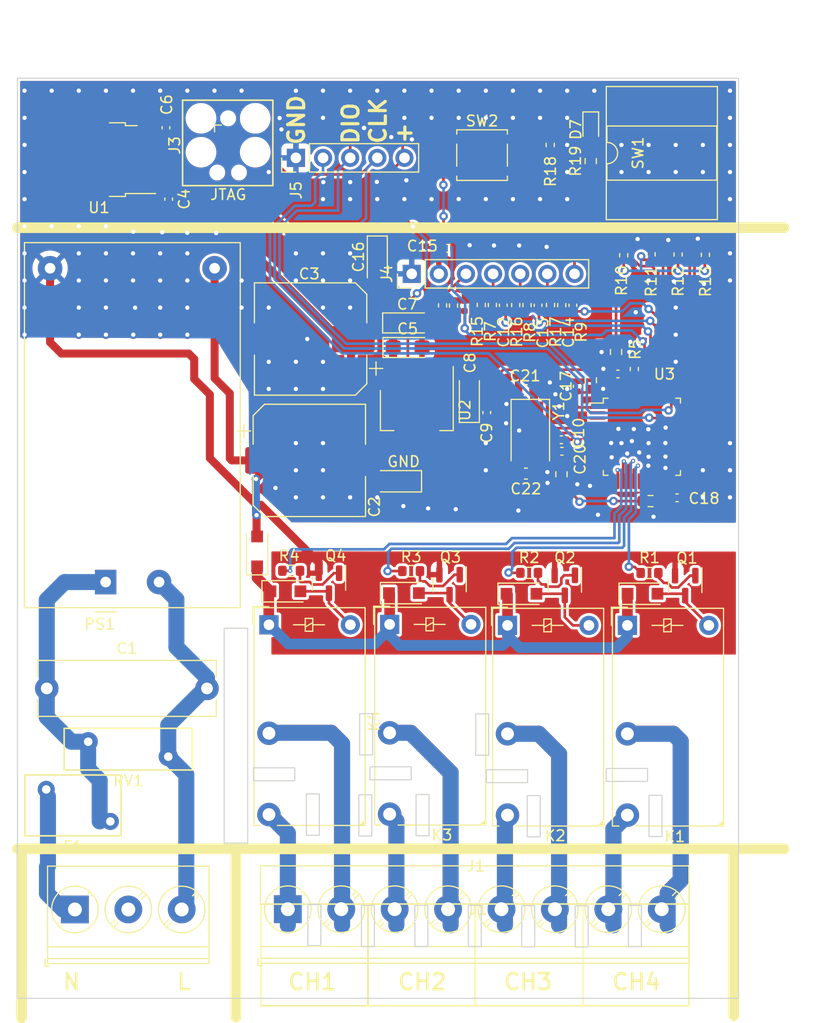
<source format=kicad_pcb>
(kicad_pcb (version 20211014) (generator pcbnew)
  (layers (0 "F.Cu" signal) (31 "B.Cu" signal) (34 "B.Paste" user) (35 "F.Paste" user) (36 "B.SilkS" user "B.Silkscreen") (37 "F.SilkS" user "F.Silkscreen") (38 "B.Mask" user) (39 "F.Mask" user) (44 "Edge.Cuts" user))
  (net 0 "")
  (net 1 "+24V")
  (net 2 "Net-(D1-Pad2)")
  (net 3 "Net-(Q1-Pad1)")
  (net 4 "RELAY0")
  (net 5 "GND")
  (net 6 "NRST")
  (net 7 "VDD")
  (net 8 "Net-(D2-Pad2)")
  (net 9 "Net-(D3-Pad2)")
  (net 10 "Net-(D4-Pad2)")
  (net 11 "Net-(Q2-Pad1)")
  (net 12 "Net-(Q3-Pad1)")
  (net 13 "Net-(Q4-Pad1)")
  (net 14 "Net-(C1-Pad1)")
  (net 15 "Net-(C1-Pad2)")
  (net 16 "RELAY1")
  (net 17 "RELAY2")
  (net 18 "RELAY3")
  (net 19 "IO_REMOTE_CH1")
  (net 20 "IO_REMOTE_CH2")
  (net 21 "IO_REMOTE_CH3")
  (net 22 "IO_REMOTE_CH4")
  (net 23 "DIP4")
  (net 24 "DIP3")
  (net 25 "DIP2")
  (net 26 "DIP1")
  (net 27 "VDD_CPU")
  (net 28 "VDD_CPU1")
  (net 29 "VDD_CPU2")
  (net 30 "VDD_CPU3")
  (net 31 "+5V")
  (net 32 "OSC1")
  (net 33 "OSC2")
  (net 34 "SWDIO")
  (net 35 "SWCLK")
  (net 36 "Net-(F1-Pad1)")
  (net 37 "Net-(C2-Pad1)")
  (net 38 "Net-(C3-Pad1)")
  (net 39 "Net-(R5-Pad1)")
  (net 55 "R8")
  (net 56 "R7")
  (net 57 "R6")
  (net 58 "R5")
  (net 59 "R4")
  (net 60 "R3")
  (net 61 "R2")
  (net 62 "R1")
  (net 67 "Net-(D7-Pad2)")
  (net 68 "Net-(R18-Pad1)")
  (net 69 "Net-(R19-Pad1)")
  (net 73 "Net-(J4-Pad3)")
  (net 74 "Net-(J4-Pad4)")
  (net 75 "Net-(J4-Pad5)")
  (net 76 "Net-(J4-Pad6)")
  (net 77 "Net-(J4-Pad7)")
  (net 79 "unconnected-(U3-Pad13)")
  (footprint "Resistor_SMD:R_0603_1608Metric" (layer "F.Cu") (at 132.258542 71.470594)
    (fp_text reference "450m2" hide)
    (fp_text value "L_Ferrite")
  )
  (footprint "TerminalBlock_Phoenix:TerminalBlock_Phoenix_PT-1,5-8-5.0-H_1x08_P5.00mm_Horizontal" (layer "F.Cu") (at 98.30837 109.703798)
    (fp_text reference "J1")
    (fp_text value "Conn_01x08")
  )
  (footprint "Resistor_SMD:R_0402_1005Metric" (layer "F.Cu") (at 137.393807 48.39509 -90)
    (fp_text reference "R13")
    (fp_text value "10k")
  )
  (footprint "Capacitor_SMD:C_0402_1005Metric" (layer "F.Cu") (at 134.748308 71.161998)
    (fp_text reference "C18")
    (fp_text value "100n")
  )
  (footprint "Relay_THT:Relay_SPST_Finder_32.21-x300" (layer "F.Cu") (at 118.873984 83.113464 -90)
    (fp_text reference "K2")
    (fp_text value "RM50-xx21")
  )
  (footprint "Capacitor_SMD:C_0603_1608Metric" (layer "F.Cu") (at 120.585218 61.072622 180)
    (fp_text reference "C21")
    (fp_text value "20p")
  )
  (footprint "Resistor_SMD:R_0603_1608Metric" (layer "F.Cu") (at 109.851365 78.025428)
    (fp_text reference "R3")
    (fp_text value "430R")
  )
  (footprint "Resistor_SMD:R_0402_1005Metric" (layer "F.Cu") (at 113.815874 53.149443 -90)
    (fp_text reference "R6" hide)
    (fp_text value "2K")
  )
  (footprint "Capacitor_SMD:C_0402_1005Metric" (layer "F.Cu") (at 114.841752 53.182011 90)
    (fp_text reference "C11" hide)
    (fp_text value "100n")
  )
  (footprint "Resistor_SMD:R_0402_1005Metric" (layer "F.Cu") (at 134.83973 48.368795 -90)
    (fp_text reference "R12")
    (fp_text value "10k")
  )
  (footprint "Capacitor_SMD:C_0402_1005Metric" (layer "F.Cu") (at 86.900358 36.494133 90)
    (fp_text reference "C6")
    (fp_text value "100n")
  )
  (footprint "Connector_PinHeader_2.54mm:PinHeader_1x05_P2.54mm_Vertical" (layer "F.Cu") (at 99.065 39.312925 90)
    (fp_text reference "J5")
    (fp_text value "Conn_01x05")
  )
  (footprint "Capacitor_SMD:CP_Elec_10x10" (layer "F.Cu") (at 100.439796 56.282556 180)
    (fp_text reference "C3")
    (fp_text value "100µF 80V")
  )
  (footprint "Capacitor_SMD:C_0402_1005Metric" (layer "F.Cu") (at 123.966969 66.802803 180)
    (fp_text reference "C20")
    (fp_text value "100n")
  )
  (footprint "Capacitor_SMD:C_0402_1005Metric" (layer "F.Cu") (at 116.931359 63.177639 90)
    (fp_text reference "C9")
    (fp_text value "100n")
  )
  (footprint "Package_TO_SOT_SMD:TO-252-2" (layer "F.Cu") (at 80.631428 39.475584 180)
    (fp_text reference "U1")
    (fp_text value "LF50_TO252")
  )
  (footprint "Resistor_SMD:R_0402_1005Metric" (layer "F.Cu") (at 119.642174 53.104759 90)
    (fp_text reference "R16")
    (fp_text value "1k")
  )
  (footprint "Converter_ACDC:Converter_ACDC_HiLink_HLK-PMxx" (layer "F.Cu") (at 81.252659 79.054673 90)
    (fp_text reference "PS1")
    (fp_text value "HLK-PM24")
  )
  (footprint "Crystal:Crystal_SMD_5032-2Pin_5.0x3.2mm" (layer "F.Cu") (at 121.009804 64.989111 -90)
    (fp_text reference "Y1")
    (fp_text value "8MHz")
  )
  (footprint "Varistor:RV_Disc_D12mm_W3.9mm_P7.5mm" (layer "F.Cu") (at 79.619113 94.01273)
    (fp_text reference "RV1")
    (fp_text value "Varistor")
  )
  (footprint "Resistor_SMD:R_0603_1608Metric" (layer "F.Cu") (at 126.665528 39.614959 90)
    (fp_text reference "R19")
    (fp_text value "200R")
  )
  (footprint "Resistor_SMD:R_0603_1608Metric" (layer "F.Cu") (at 126.6748 60.147667 -90)
    (fp_text reference "450m1" hide)
    (fp_text value "L_Ferrite" hide)
  )
  (footprint "Capacitor_SMD:CP_Elec_10x10" (layer "F.Cu") (at 100.319564 67.656808)
    (fp_text reference "C2")
    (fp_text value "100µF 80V")
  )
  (footprint "Capacitor_SMD:C_0402_1005Metric" (layer "F.Cu") (at 129.209499 59.558992)
    (fp_text reference "C19" hide)
    (fp_text value "100n" hide)
  )
  (footprint "Resistor_SMD:R_0402_1005Metric" (layer "F.Cu") (at 120.69987 53.108465 -90)
    (fp_text reference "R8")
    (fp_text value "2k")
  )
  (footprint "Resistor_SMD:R_0402_1005Metric" (layer "F.Cu") (at 112.795693 53.133159 90)
    (fp_text reference "R14" hide)
    (fp_text value "1k")
  )
  (footprint "Diode_SMD:D_SOD-123F" (layer "F.Cu") (at 95.434752 76.183224 90)
    (fp_text reference "D5" hide)
    (fp_text value "1N4007" hide)
  )
  (footprint "Resistor_SMD:R_0402_1005Metric" (layer "F.Cu") (at 123.951717 53.108734 -90)
    (fp_text reference "R9")
    (fp_text value "2k")
  )
  (footprint "Capacitor_Tantalum_SMD:CP_EIA-3216-10_Kemet-I" (layer "F.Cu") (at 106.684237 48.942539 -90)
    (fp_text reference "C16")
    (fp_text value "10µF")
  )
  (footprint "Diode_SMD:D_SOD-123F" (layer "F.Cu") (at 108.62326 69.614348 180)
    (fp_text reference "D6" hide)
    (fp_text value "1N4007")
  )
  (footprint "Diode_SMD:D_SOD-123F" (layer "F.Cu") (at 109.177792 80.089248)
    (fp_text reference "D3" hide)
    (fp_text value "1N4007")
  )
  (footprint "Capacitor_SMD:C_0402_1005Metric" (layer "F.Cu") (at 125.399957 60.71415 90)
    (fp_text reference "C17")
    (fp_text value "100n")
  )
  (footprint "Varistor:RV_Disc_D9mm_W5.7mm_P5mm" (layer "F.Cu") (at 75.692372 98.481587)
    (fp_text reference "F1")
    (fp_text value "Fuse")
  )
  (footprint "Relay_THT:Relay_SPST_Finder_32.21-x300" (layer "F.Cu") (at 96.54185 83.059136 -90)
    (fp_text reference "K4")
    (fp_text value "RM50-xx21")
  )
  (footprint "Capacitor_SMD:C_0402_1005Metric" (layer "F.Cu") (at 124.993879 53.125018 90)
    (fp_text reference "C14")
    (fp_text value "100n")
  )
  (footprint "Connector_PinHeader_2.54mm:PinHeader_1x07_P2.54mm_Vertical" (layer "F.Cu") (at 109.903895 50.180869 90)
    (fp_text reference "J4")
    (fp_text value "Conn_01x07")
  )
  (footprint "Capacitor_SMD:C_0402_1005Metric" (layer "F.Cu") (at 87.154328 43.18 -90)
    (fp_text reference "C4")
    (fp_text value "100n")
  )
  (footprint "Resistor_SMD:R_0402_1005Metric" (layer "F.Cu") (at 132.314111 48.351157 -90)
    (fp_text reference "R11")
    (fp_text value "10k")
  )
  (footprint "TerminalBlock_Phoenix:TerminalBlock_Phoenix_PT-1,5-3-5.0-H_1x03_P5.00mm_Horizontal" (layer "F.Cu") (at 78.375597 109.7306)
    (fp_text reference "J2" hide)
    (fp_text value "Conn_01x02")
  )
  (footprint "Package_TO_SOT_SMD:SOT-23" (layer "F.Cu") (at 113.448155 79.301521 -90)
    (fp_text reference "Q3")
    (fp_text value "MMBTA42")
  )
  (footprint "Resistor_SMD:R_0603_1608Metric" (layer "F.Cu") (at 98.622301 77.997632)
    (fp_text reference "R4")
    (fp_text value "430R")
  )
  (footprint "Resistor_SMD:R_0402_1005Metric" (layer "F.Cu") (at 130.742588 59.09345 90)
    (fp_text reference "R5")
    (fp_text value "10k")
  )
  (footprint "Capacitor_Tantalum_SMD:CP_EIA-3216-10_Kemet-I" (layer "F.Cu") (at 109.494422 54.778754)
    (fp_text reference "C7")
    (fp_text value "10µF")
  )
  (footprint "Capacitor_SMD:C_0402_1005Metric" (layer "F.Cu") (at 121.737961 53.120678 90)
    (fp_text reference "C13")
    (fp_text value "100n")
  )
  (footprint "Capacitor_Tantalum_SMD:CP_EIA-3216-10_Kemet-I" (layer "F.Cu") (at 109.521246 57.080479)
    (fp_text reference "C5")
    (fp_text value "10µF")
  )
  (footprint "Resistor_SMD:R_0402_1005Metric" (layer "F.Cu") (at 117.45476 53.096252 -90)
    (fp_text reference "R7")
    (fp_text value "2k")
  )
  (footprint "Diode_SMD:D_SOD-123F" (layer "F.Cu") (at 120.180478 80.153366)
    (fp_text reference "D2" hide)
    (fp_text value "1N4007" hide)
  )
  (footprint "Resistor_SMD:R_0603_1608Metric" (layer "F.Cu") (at 120.900132 78.190422)
    (fp_text reference "R2")
    (fp_text value "430R")
  )
  (footprint "Capacitor_SMD:C_0603_1608Metric" (layer "F.Cu") (at 120.595331 68.893253 180)
    (fp_text reference "C22")
    (fp_text value "20p")
  )
  (footprint "Resistor_SMD:R_0603_1608Metric" (layer "F.Cu") (at 123.921732 68.957206 90)
    (fp_text reference "450m4" hide)
    (fp_text value "L_Ferrite" hide)
  )
  (footprint "Resistor_SMD:R_0603_1608Metric" (layer "F.Cu") (at 132.165489 78.202635)
    (fp_text reference "R1")
    (fp_text value "430R")
  )
  (footprint "Resistor_SMD:R_0402_1005Metric" (layer "F.Cu") (at 129.749416 48.434231 -90)
    (fp_text reference "R10")
    (fp_text value "10k")
  )
  (footprint "Button_Switch_SMD:SW_SPST_TL3305A" (layer "F.Cu") (at 116.490195 39.055338)
    (fp_text reference "SW2")
    (fp_text value "SW_MEC_5E")
  )
  (footprint "Capacitor_SMD:C_0402_1005Metric" (layer "F.Cu") (at 113.303672 47.79427)
    (fp_text reference "C15")
    (fp_text value "100n")
  )
  (footprint "LED_SMD:LED_0603_1608Metric" (layer "F.Cu") (at 126.665944 36.49421 -90)
    (fp_text reference "D7")
    (fp_text value "LED")
  )
  (footprint "Package_TO_SOT_SMD:SOT-23" (layer "F.Cu") (at 135.506322 79.390767 -90)
    (fp_text reference "Q1")
    (fp_text value "MMBTA42")
  )
  (footprint "Package_QFP:LQFP-48_7x7mm_P0.5mm" (layer "F.Cu") (at 131.450933 65.443316)
    (fp_text reference "U3")
    (fp_text value "STM32F030C8Tx")
  )
  (footprint "Package_TO_SOT_SMD:SOT-23" (layer "F.Cu") (at 124.23559 79.359697 -90)
    (fp_text reference "Q2")
    (fp_text value "MMBTA42")
  )
  (footprint "Resistor_SMD:R_0402_1005Metric" (layer "F.Cu") (at 122.901414 53.101743 90)
    (fp_text reference "R17")
    (fp_text value "1k")
  )
  (footprint "Package_DIP:DIP-8_W8.89mm_SMDSocket_LongPads" (layer "F.Cu") (at 133.318675 38.863852 90)
    (fp_text reference "SW1")
    (fp_text value "SW_DIP_x04")
  )
  (footprint "Resistor_SMD:R_0603_1608Metric" (layer "F.Cu") (at 129.034604 57.498818 -90)
    (fp_text reference "450m3" hide)
    (fp_text value "L_Ferrite" hide)
  )
  (footprint "Relay_THT:Relay_SPST_Finder_32.21-x300" (layer "F.Cu") (at 107.837782 83.020723 -90)
    (fp_text reference "K3")
    (fp_text value "RM50-xx21")
  )
  (footprint "Capacitor_Tantalum_SMD:CP_EIA-3216-10_Kemet-I" (layer "F.Cu") (at 115.301523 61.789623 90)
    (fp_text reference "C8")
    (fp_text value "10µF")
  )
  (footprint "Resistor_SMD:R_0402_1005Metric" (layer "F.Cu") (at 122.867873 38.1 -90)
    (fp_text reference "R18")
    (fp_text value "1k")
  )
  (footprint "Capacitor_SMD:C_0402_1005Metric" (layer "F.Cu") (at 118.472765 53.120494 90)
    (fp_text reference "C12")
    (fp_text value "100n")
  )
  (footprint "Diode_SMD:D_SOD-123F" (layer "F.Cu") (at 131.510125 80.14952)
    (fp_text reference "D1" hide)
    (fp_text value "1N4007" hide)
  )
  (footprint "Relay_THT:Relay_SPST_Finder_32.21-x300" (layer "F.Cu") (at 130.095667 83.113464 -90)
    (fp_text reference "K1")
    (fp_text value "RM50-xx21")
  )
  (footprint "Diode_SMD:D_SOD-123F" (layer "F.Cu") (at 98.083511 79.920957)
    (fp_text reference "D4" hide)
    (fp_text value "1N4007")
  )
  (footprint "Capacitor_THT:C_Rect_L16.5mm_W5.0mm_P15.00mm_MKT" (layer "F.Cu") (at 75.742265 89.020725)
    (fp_text reference "C1")
    (fp_text value "C")
  )
  (footprint "Package_TO_SOT_SMD:SOT-223-3_TabPin2" (layer "F.Cu") (at 110.383642 62.95522 -90)
    (fp_text reference "U2")
    (fp_text value "AMS1117-3.3")
  )
  (footprint "Resistor_SMD:R_0402_1005Metric" (layer "F.Cu") (at 116.417418 53.096617 90)
    (fp_text reference "R15")
    (fp_text value "1k")
  )
  (footprint "Capacitor_SMD:C_0402_1005Metric" (layer "F.Cu") (at 123.910423 65.723341 180)
    (fp_text reference "C10")
    (fp_text value "100n")
  )
  (footprint "Connector:Tag-Connect_TC2030-IDC-FP_2x03_P1.27mm_Vertical" (layer "F.Cu") (at 92.718495 38.146722 -90)
    (fp_text reference "J3")
    (fp_text value "Conn_ARM_SWD_TagConnect_TC2030")
  )
  (footprint "Package_TO_SOT_SMD:SOT-23" (layer "F.Cu") (at 102.157915 79.161221 -90)
    (fp_text reference "Q4")
    (fp_text value "MMBTA42")
  )
  (gr_rect (start 95.76855 109.227724) (end 105.823612 118.753433) (layer "F.SilkS") (width 0.15) (fill none))
  (gr_line (start 73 104.054461) (end 144.78 104.054461) (layer "F.SilkS") (width 1))
  (gr_rect (start 115.854414 109.219998) (end 125.909476 118.745707) (layer "F.SilkS") (width 0.15) (fill none))
  (gr_line (start 73 45.854461) (end 144.755282 45.854461) (layer "F.SilkS") (width 1))
  (gr_rect (start 125.909476 109.219997) (end 135.84 118.745706) (layer "F.SilkS") (width 0.15) (fill none))
  (gr_line (start 140.057374 104.18642) (end 140.057374 119.681963) (layer "F.SilkS") (width 1))
  (gr_line (start 73.38761 104.410055) (end 73.38761 119.905598) (layer "F.SilkS") (width 1))
  (gr_rect (start 88.456845 33.909141) (end 96.907936 41.914246) (layer "F.SilkS") (width 0.15) (fill none))
  (gr_line (start 93.4505 104.296898) (end 93.4505 119.792441) (layer "F.SilkS") (width 1))
  (gr_rect (start 105.799352 109.219999) (end 115.854414 118.745708) (layer "F.SilkS") (width 0.15) (fill none))
  (gr_rect (start 95.090465 97.673205) (end 98.958219 96.459623) (layer "Edge.Cuts") (width 0.1) (fill none))
  (gr_rect (start 104.954264 98.983662) (end 106.167846 102.851416) (layer "Edge.Cuts") (width 0.1) (fill none))
  (gr_rect (start 116.891894 97.848087) (end 120.759648 96.634505) (layer "Edge.Cuts") (width 0.1) (fill none))
  (gr_rect (start 100.185664 109.257176) (end 101.399246 113.12493) (layer "Edge.Cuts") (width 0.1) (fill none))
  (gr_rect (start 115.895937 91.409979) (end 117.109519 95.277733) (layer "Edge.Cuts") (width 0.1) (fill none))
  (gr_rect (start 128.113471 97.733582) (end 131.981225 96.52) (layer "Edge.Cuts") (width 0.1) (fill none))
  (gr_rect (start 105.198746 109.343522) (end 106.412328 113.211276) (layer "Edge.Cuts") (width 0.1) (fill none))
  (gr_rect (start 132.119171 99.034554) (end 133.332753 102.902308) (layer "Edge.Cuts") (width 0.1) (fill none))
  (gr_rect (start 125.206642 109.384417) (end 126.420224 113.252171) (layer "Edge.Cuts") (width 0.1) (fill none))
  (gr_rect (start 120.719474 99.06) (end 121.933056 102.927754) (layer "Edge.Cuts") (width 0.1) (fill none))
  (gr_rect (start 73 31.854461) (end 140.5 118.054461) (layer "Edge.Cuts") (width 0.1) (fill none))
  (gr_rect (start 105.990395 97.576332) (end 109.858149 96.36275) (layer "Edge.Cuts") (width 0.1) (fill none))
  (gr_rect (start 110.200318 109.334228) (end 111.4139 113.201982) (layer "Edge.Cuts") (width 0.1) (fill none))
  (gr_rect (start 115.202426 109.350958) (end 116.416008 113.218712) (layer "Edge.Cuts") (width 0.1) (fill none))
  (gr_rect (start 92.350185 83.380227) (end 94.550814 103.513758) (layer "Edge.Cuts") (width 0.1) (fill none))
  (gr_rect (start 105.030601 91.384533) (end 106.244183 95.252287) (layer "Edge.Cuts") (width 0.1) (fill none))
  (gr_rect (start 120.204534 109.367687) (end 121.418116 113.235441) (layer "Edge.Cuts") (width 0.1) (fill none))
  (gr_rect (start 110.312161 98.958217) (end 111.525743 102.825971) (layer "Edge.Cuts") (width 0.1) (fill none))
  (gr_rect (start 100.043233 98.907325) (end 101.256815 102.775079) (layer "Edge.Cuts") (width 0.1) (fill none))
  (gr_rect (start 130.19202 109.350958) (end 131.405602 113.218712) (layer "Edge.Cuts") (width 0.1) (fill none))
  (gr_text "CH1\n" (at 100.597113 116.511793) (layer "F.SilkS") (effects (font (size 1.5 1.5) (thickness 0.25))))
  (gr_text "CH3\n" (at 120.796747 116.511793) (layer "F.SilkS") (effects (font (size 1.5 1.5) (thickness 0.25))))
  (gr_text "L\n" (at 88.567936 116.511793) (layer "F.SilkS") (effects (font (size 1.5 1.5) (thickness 0.25))))
  (gr_text "CH4\n" (at 130.94132 116.511793) (layer "F.SilkS") (effects (font (size 1.5 1.5) (thickness 0.25))))
  (gr_text "DIO\n" (at 104.195374 36.078823 90) (layer "F.SilkS") (effects (font (size 1.5 1.5) (thickness 0.3))))
  (gr_text "N\n" (at 78.063695 116.511793) (layer "F.SilkS") (effects (font (size 1.5 1.5) (thickness 0.25))))
  (gr_text "JTAG" (at 92.734069 42.755249) (layer "F.SilkS") (effects (font (size 1 1))))
  (gr_text "CLK\n" (at 106.756454 35.843481 90) (layer "F.SilkS") (effects (font (size 1.5 1.5) (thickness 0.3))))
  (gr_text "GND" (at 99.114746 35.760419 90) (layer "F.SilkS") (effects (font (size 1.5 1.5) (thickness 0.3))))
  (gr_text "CH2\n" (at 110.89087 116.511793) (layer "F.SilkS") (effects (font (size 1.5 1.5) (thickness 0.25))))
  (gr_text "GND\n" (at 109.148148 67.771086) (layer "F.SilkS") (effects (font (size 1 1))))
  (gr_text "J1" (at 115.904192 105.679654) (layer "F.SilkS") (effects (font (size 1 1))))
  (gr_text "+" (at 109.262159 36.881756) (layer "F.SilkS") (effects (font (size 1.5 1.5) (thickness 0.3))))
  (segment (start 95.434752 78.672198) (end 96.683511 79.920957) (width 1) (layer "F.Cu") (net 1))
  (segment (start 107.837782 80.149238) (end 107.777792 80.089248) (width 1) (layer "F.Cu") (net 1))
  (segment (start 107.837782 83.020723) (end 107.837782 80.149238) (width 1) (layer "F.Cu") (net 1))
  (segment (start 95.434752 77.583224) (end 95.434752 78.672198) (width 1) (layer "F.Cu") (net 1))
  (segment (start 96.523358 80.08111) (end 96.683511 79.920957) (width 1) (layer "F.Cu") (net 1))
  (segment (start 118.873984 83.113464) (end 118.873984 80.246872) (width 1) (layer "F.Cu") (net 1))
  (segment (start 130.095667 80.163978) (end 130.110125 80.14952) (width 1) (layer "F.Cu") (net 1))
  (segment (start 96.523358 83.020723) (end 96.523358 80.08111) (width 1) (layer "F.Cu") (net 1))
  (segment (start 118.873984 80.246872) (end 118.780478 80.153366) (width 1) (layer "F.Cu") (net 1))
  (segment (start 130.095667 83.113464) (end 130.095667 80.163978) (width 1) (layer "F.Cu") (net 1))
  (segment (start 107.837782 84.046979) (end 108.776568 84.985765) (width 1) (layer "B.Cu") (net 1))
  (segment (start 118.873984 84.061395) (end 120.006823 85.194234) (width 1) (layer "B.Cu") (net 1))
  (segment (start 107.837782 83.434052) (end 107.837782 83.020723) (width 1) (layer "B.Cu") (net 1))
  (segment (start 118.424977 84.985765) (end 118.873984 84.536758) (width 1) (layer "B.Cu") (net 1))
  (segment (start 108.776568 84.985765) (end 118.424977 84.985765) (width 1) (layer "B.Cu") (net 1))
  (segment (start 120.006823 85.194234) (end 129.093079 85.194234) (width 1) (layer "B.Cu") (net 1))
  (segment (start 129.093079 85.194234) (end 130.095667 84.191646) (width 1) (layer "B.Cu") (net 1))
  (segment (start 118.873984 83.113464) (end 118.873984 84.061395) (width 1) (layer "B.Cu") (net 1))
  (segment (start 107.837782 83.020723) (end 107.837782 84.046979) (width 1) (layer "B.Cu") (net 1))
  (segment (start 96.523358 83.020723) (end 98.355927 84.853292) (width 1) (layer "B.Cu") (net 1))
  (segment (start 130.095667 84.191646) (end 130.095667 83.113464) (width 1) (layer "B.Cu") (net 1))
  (segment (start 98.355927 84.853292) (end 106.418542 84.853292) (width 1) (layer "B.Cu") (net 1))
  (segment (start 118.873984 84.536758) (end 118.873984 83.113464) (width 1) (layer "B.Cu") (net 1))
  (segment (start 106.418542 84.853292) (end 107.837782 83.434052) (width 1) (layer "B.Cu") (net 1))
  (segment (start 132.910125 80.14952) (end 135.327575 80.14952) (width 0.25) (layer "F.Cu") (net 2))
  (segment (start 135.327575 80.14952) (end 135.506322 80.328267) (width 0.25) (layer "F.Cu") (net 2))
  (segment (start 135.506322 80.904119) (end 135.506322 80.328267) (width 0.25) (layer "F.Cu") (net 2))
  (segment (start 137.715667 83.113464) (end 135.506322 80.904119) (width 0.25) (layer "F.Cu") (net 2))
  (segment (start 134.258848 79.565044) (end 133.830042 79.136238) (width 0.25) (layer "F.Cu") (net 3))
  (segment (start 133.518131 79.136238) (end 132.990489 78.608596) (width 0.25) (layer "F.Cu") (net 3))
  (segment (start 136.456322 78.453267) (end 135.965573 78.453267) (width 0.25) (layer "F.Cu") (net 3))
  (segment (start 132.990489 78.608596) (end 132.990489 78.202635) (width 0.25) (layer "F.Cu") (net 3))
  (segment (start 133.830042 79.136238) (end 133.518131 79.136238) (width 0.25) (layer "F.Cu") (net 3))
  (segment (start 135.965573 78.453267) (end 134.853796 79.565044) (width 0.25) (layer "F.Cu") (net 3))
  (segment (start 134.853796 79.565044) (end 134.258848 79.565044) (width 0.25) (layer "F.Cu") (net 3))
  (segment (start 131.083937 68.150341) (end 130.700933 68.533345) (width 0.25) (layer "F.Cu") (net 4))
  (segment (start 131.340489 78.202635) (end 130.767391 77.629537) (width 0.25) (layer "F.Cu") (net 4))
  (segment (start 130.700933 68.533345) (end 130.700933 69.605816) (width 0.25) (layer "F.Cu") (net 4))
  (segment (start 130.235517 77.629537) (end 130.235517 77.618227) (width 0.25) (layer "F.Cu") (net 4))
  (segment (start 130.767391 77.629537) (end 130.235517 77.629537) (width 0.25) (layer "F.Cu") (net 4))
  (via (at 131.083937 68.150341) (size 0.4) (drill 0.2) (layers "F.Cu" "B.Cu") (net 4))
  (via (at 130.235517 77.618227) (size 0.8) (drill 0.4) (layers "F.Cu" "B.Cu") (net 4))
  (segment (start 130.868607 72.561925) (end 130.235517 73.195015) (width 0.25) (layer "B.Cu") (net 4))
  (segment (start 130.235517 73.195015) (end 130.235517 77.618227) (width 0.25) (layer "B.Cu") (net 4))
  (segment (start 130.868607 68.365671) (end 130.868607 72.561925) (width 0.25) (layer "B.Cu") (net 4))
  (segment (start 131.083937 68.150341) (end 130.868607 68.365671) (width 0.25) (layer "B.Cu") (net 4))
  (segment (start 89.028396 57.645264) (end 89.545042 58.16191) (width 0.75) (layer "F.Cu") (net 5))
  (segment (start 95.372151 71.814164) (end 95.784587 71.814164) (width 0.75) (layer "F.Cu") (net 5))
  (segment (start 77.105791 57.645264) (end 89.028396 57.645264) (width 0.75) (layer "F.Cu") (net 5))
  (segment (start 95.784587 71.814164) (end 101.207915 77.237492) (width 0.75) (layer "F.Cu") (net 5))
  (segment (start 91.008982 67.450995) (end 95.372151 71.814164) (width 0.75) (layer "F.Cu") (net 5))
  (segment (start 89.545042 58.16191) (end 89.545042 60.024644) (width 0.75) (layer "F.Cu") (net 5))
  (segment (start 76.052659 49.654673) (end 76.052659 56.592132) (width 0.75) (layer "F.Cu") (net 5))
  (segment (start 89.545042 60.024644) (end 91.008982 61.488584) (width 0.75) (layer "F.Cu") (net 5))
  (segment (start 76.052659 56.592132) (end 77.105791 57.645264) (width 0.75) (layer "F.Cu") (net 5))
  (segment (start 130.742588 58.58345) (end 130.665041 58.58345) (width 0.25) (layer "F.Cu") (net 5))
  (segment (start 101.207915 77.237492) (end 101.207915 78.223721) (width 0.75) (layer "F.Cu") (net 5))
  (segment (start 130.665041 58.58345) (end 129.689499 59.558992) (width 0.25) (layer "F.Cu") (net 5))
  (segment (start 91.008982 61.488584) (end 91.008982 67.450995) (width 0.75) (layer "F.Cu") (net 5))
  (via (at 78.74 55.88) (size 0.8) (drill 0.4) (layers "F.Cu" "B.Cu") (net 5))
  (via (at 137.267506 51.123386) (size 0.8) (drill 0.4) (layers "F.Cu" "B.Cu") (net 5))
  (via (at 73.66 50.8) (size 0.8) (drill 0.4) (layers "F.Cu" "B.Cu") (net 5))
  (via (at 127.674484 57.506457) (size 0.8) (drill 0.4) (layers "F.Cu" "B.Cu") (net 5))
  (via (at 104.14 43.18) (size 0.8) (drill 0.4) (layers "F.Cu" "B.Cu") (net 5))
  (via (at 107.995777 37.366599) (size 0.8) (drill 0.4) (layers "F.Cu" "B.Cu") (net 5))
  (via (at 117.608345 47.521638) (size 0.8) (drill 0.4) (layers "F.Cu" "B.Cu") (net 5))
  (via (at 101.6 68.58) (size 0.8) (drill 0.4) (layers "F.Cu" "B.Cu") (net 5))
  (via (at 88.898161 53.348357) (size 0.8) (drill 0.4) (layers "F.Cu" "B.Cu") (net 5))
  (via (at 109.22 43.18) (size 0.8) (drill 0.4) (layers "F.Cu" "B.Cu") (net 5))
  (via (at 104.149049 41.58683) (size 0.8) (drill 0.4) (layers "F.Cu" "B.Cu") (net 5))
  (via (at 132.054332 64.743362) (size 0.8) (drill 0.4) (layers "F.Cu" "B.Cu") (net 5))
  (via (at 73.66 38.1) (size 0.8) (drill 0.4) (layers "F.Cu" "B.Cu") (net 5))
  (via (at 119.38 33.02) (size 0.8) (drill 0.4) (layers "F.Cu" "B.Cu") (net 5))
  (via (at 101.6 33.02) (size 0.8) (drill 0.4) (layers "F.Cu" "B.Cu") (net 5))
  (via (at 99.06 50.8) (size 0.8) (drill 0.4) (layers "F.Cu" "B.Cu") (net 5))
  (via (at 83.82 48.26) (size 0.8) (drill 0.4) (layers "F.Cu" "B.Cu") (net 5))
  (via (at 124.46 40.64) (size 0.8) (drill 0.4) (layers "F.Cu" "B.Cu") (net 5))
  (via (at 109.22 33.02) (size 0.8) (drill 0.4) (layers "F.Cu" "B.Cu") (net 5))
  (via (at 129.54 38.1) (size 0.8) (drill 0.4) (layers "F.Cu" "B.Cu") (net 5))
  (via (at 139.7 50.8) (size 0.8) (drill 0.4) (layers "F.Cu" "B.Cu") (net 5))
  (via (at 132.054503 68.155055) (size 0.8) (drill 0.4) (layers "F.Cu" "B.Cu") (net 5))
  (via (at 104.14 71.12) (size 0.8) (drill 0.4) (layers "F.Cu" "B.Cu") (net 5))
  (via (at 76.2 33.02) (size 0.8) (drill 0.4) (layers "F.Cu" "B.Cu") (net 5))
  (via (at 116.84 43.18) (size 0.8) (drill 0.4) (layers "F.Cu" "B.Cu") (net 5))
  (via (at 86.36 53.34) (size 0.8) (drill 0.4) (layers "F.Cu" "B.Cu") (net 5))
  (via (at 96.52 53.34) (size 0.8) (drill 0.4) (layers "F.Cu" "B.Cu") (net 5))
  (via (at 99.06 71.12) (size 0.8) (drill 0.4) (layers "F.Cu" "B.Cu") (net 5))
  (via (at 111.441738 72.154348) (size 0.8) (drill 0.4) (layers "F.Cu" "B.Cu") (net 5))
  (via (at 81.28 48.26) (size 0.8) (drill 0.4) (layers "F.Cu" "B.Cu") (net 5))
  (via (at 73.66 55.88) (size 0.8) (drill 0.4) (layers "F.Cu" "B.Cu") (net 5))
  (via (at 121.92 33.02) (size 0.8) (drill 0.4) (layers "F.Cu" "B.Cu") (net 5))
  (via (at 99.06 48.26) (size 0.8) (drill 0.4) (layers "F.Cu" "B.Cu") (net 5))
  (via (at 83.82 33.02) (size 0.8) (drill 0.4) (layers "F.Cu" "B.Cu") (net 5))
  (via (at 126.592771 70.041103) (size 0.8) (drill 0.4) (layers "F.Cu" "B.Cu") (net 5))
  (via (at 122.619275 69.764801) (size 0.8) (drill 0.4) (layers "F.Cu" "B.Cu") (net 5))
  (via (at 109.404956 41.412973) (size 0.8) (drill 0.4) (layers "F.Cu" "B.Cu") (net 5))
  (via (at 104.14 53.34) (size 0.8) (drill 0.4) (layers "F.Cu" "B.Cu") (net 5))
  (via (at 104.14 48.26) (size 0.8) (drill 0.4) (layers "F.Cu" "B.Cu") (net 5))
  (via (at 132.08 67.316902) (size 0.8) (drill 0.4) (layers "F.Cu" "B.Cu") (net 5))
  (via (at 122.536355 47.654111) (size 0.8) (drill 0.4) (layers "F.Cu" "B.Cu") (net 5))
  (via (at 121.92 43.18) (size 0.8) (drill 0.4) (layers "F.Cu" "B.Cu") (net 5))
  (via (at 101.6 71.12) (size 0.8) (drill 0.4) (layers "F.Cu" "B.Cu") (net 5))
  (via (at 109.22 35.56) (size 0.8) (drill 0.4) (layers "F.Cu" "B.Cu") (net 5))
  (via (at 133.658872 68.360712) (size 0.8) (drill 0.4) (layers "F.Cu" "B.Cu") (net 5))
  (via (at 109.921263 37.583692) (size 0.8) (drill 0.4) (layers "F.Cu" "B.Cu") (net 5))
  (via (at 124.46 38.1) (size 0.8) (drill 0.4) (layers "F.Cu" "B.Cu") (net 5))
  (via (at 128.620284 67.368237) (size 0.8) (drill 0.4) (layers "F.Cu" "B.Cu") (net 5))
  (via (at 78.74 53.34) (size 0.8) (drill 0.4) (layers "F.Cu" "B.Cu") (net 5))
  (via (at 132.08 66.04) (size 0.8) (drill 0.4) (layers "F.Cu" "B.Cu") (net 5))
  (via (at 111.76 43.18) (size 0.8) (drill 0.4) (layers "F.Cu" "B.Cu") (net 5))
  (via (at 81.28 45.72) (size 0.8) (drill 0.4) (layers "F.Cu" "B.Cu") (net 5))
  (via (at 134.62 40.64) (size 0.8) (drill 0.4) (layers "F.Cu" "B.Cu") (net 5))
  (via (at 88.9 50.8) (size 0.8) (drill 0.4) (layers "F.Cu" "B.Cu") (net 5))
  (via (at 105.441305 36.507977) (size 0.8) (drill 0.4) (layers "F.Cu" "B.Cu") (net 5))
  (via (at 81.28 50.8) (size 0.8) (drill 0.4) (layers "F.Cu" "B.Cu") (net 5))
  (via (at 101.6 35.56) (size 0.8) (drill 0.4) (layers "F.Cu" "B.Cu") (net 5))
  (via (at 76.2 45.72) (size 0.8) (drill 0.4) (layers "F.Cu" "B.Cu") (net 5))
  (via (at 106.639549 41.560335) (size 0.8) (drill 0.4) (layers "F.Cu" "B.Cu") (net 5))
  (via (at 131.050089 46.919564) (size 0.8) (drill 0.4) (layers "F.Cu" "B.Cu") (net 5))
  (via (at 78.74 33.02) (size 0.8) (drill 0.4) (layers "F.Cu" "B.Cu") (net 5))
  (via (at 115.329803 47.495143) (size 0.8) (drill 0.4) (layers "F.Cu" "B.Cu") (net 5))
  (via (at 114.3 43.18) (size 0.8) (drill 0.4) (layers "F.Cu" "B.Cu") (net 5))
  (via (at 119.966153 64.85548) (size 0.8) (drill 0.4) (layers "F.Cu" "B.Cu") (net 5))
  (via (at 133.672676 64.585474) (size 0.8) (drill 0.4) (layers "F.Cu" "B.Cu") (net 5))
  (via (at 101.632055 41.58683) (size 0.8) (drill 0.4) (layers "F.Cu" "B.Cu") (net 5))
  (via (at 130.692554 64.723626) (size 0.8) (drill 0.4) (layers "F.Cu" "B.Cu") (net 5))
  (via (at 132.08 50.8) (size 0.8) (drill 0.4) (layers "F.Cu" "B.Cu") (net 5))
  (via (at 130.514931 65.848572) (size 0.8) (drill 0.4) (layers "F.Cu" "B.Cu") (net 5))
  (via (at 127 33.02) (size 0.8) (drill 0.4) (layers "F.Cu" "B.Cu") (net 5))
  (via (at 122.606118 68.751691) (size 0.8) (drill 0.4) (layers "F.Cu" "B.Cu") (net 5))
  (via (at 134.62 58.42) (size 0.8) (drill 0.4) (layers "F.Cu" "B.Cu") (net 5))
  (via (at 122.834993 60.355964) (size 0.8) (drill 0.4) (layers "F.Cu" "B.Cu") (net 5))
  (via (at 124.46 43.18) (size 0.8) (drill 0.4) (layers "F.Cu" "B.Cu") (net 5))
  (via (at 81.28 53.34) (size 0.8) (drill 0.4) (layers "F.Cu" "B.Cu") (net 5))
  (via (at 109.119806 71.939227) (size 0.8) (drill 0.4) (layers "F.Cu" "B.Cu") (net 5))
  (via (at 116.84 66.04) (size 0.8) (drill 0.4) (layers "F.Cu" "B.Cu") (net 5))
  (via (at 96.52 58.42) (size 0.8) (drill 0.4) (layers "F.Cu" "B.Cu") (net 5))
  (via (at 118.77402 62.372498) (size 0.8) (drill 0.4) (layers "F.Cu" "B.Cu") (net 5))
  (via (at 130.080741 67.012991) (size 0.8) (drill 0.4) (layers "F.Cu" "B.Cu") (net 5))
  (via (at 114.3 33.02) (size 0.8) (drill 0.4) (layers "F.Cu" "B.Cu") (net 5))
  (via (at 106.68 33.02) (size 0.8) (drill 0.4) (layers "F.Cu" "B.Cu") (net 5))
  (via (at 118.742149 64.17848) (size 0.8) (drill 0.4) (layers "F.Cu" "B.Cu") (net 5))
  (via (at 131.205688 66.914311) (size 0.8) (drill 0.4) (layers "F.Cu" "B.Cu") (net 5))
  (via (at 97.536567 35.580451) (size 0.8) (drill 0.4) (layers "F.Cu" "B.Cu") (net 5))
  (via (at 132.539857 72.935703) (size 0.8) (drill 0.4) (layers "F.Cu" "B.Cu") (net 5))
  (via (at 96.52 60.96) (size 0.8) (drill 0.4) (layers "F.Cu" "B.Cu") (net 5))
  (via (at 116.84 68.58) (size 0.8) (drill 0.4) (layers "F.Cu" "B.Cu") (net 5))
  (via (at 93.98 50.8) (size 0.8) (drill 0.4) (layers "F.Cu" "B.Cu") (net 5))
  (via (at 101.6 50.8) (size 0.8) (drill 0.4) (layers "F.Cu" "B.Cu") (net 5))
  (via (at 124.46 35.56) (size 0.8) (drill 0.4) (layers "F.Cu" "B.Cu") (net 5))
  (via (at 139.7 40.64) (size 0.8) (drill 0.4) (layers "F.Cu" "B.Cu") (net 5))
  (via (at 93.98 33.02) (size 0.8) (drill 0.4) (layers "F.Cu" "B.Cu") (net 5))
  (via (at 130.368908 56.551667) (size 0.8) (drill 0.4) (layers "F.Cu" "B.Cu") (net 5))
  (via (at 123.718149 62.593293) (size 0.8) (drill 0.4) (layers "F.Cu" "B.Cu") (net 5))
  (via (at 128.580813 66.026195) (size 0.8) (drill 0.4) (layers "F.Cu" "B.Cu") (net 5))
  (via (at 101.6 48.26) (size 0.8) (drill 0.4) (layers "F.Cu" "B.Cu") (net 5))
  (via (at 88.893686 46.325535) (size 0.8) (drill 0.4) (layers "F.Cu" "B.Cu") (net 5))
  (via (at 101.6 53.34) (size 0.8) (drill 0.4) (layers "F.Cu" "B.Cu") (net 5))
  (via (at 73.66 48.26) (size 0.8) (drill 0.4) (layers "F.Cu" "B.Cu") (net 5))
  (via (at 130.871469 53.779101) (size 0.8) (drill 0.4) (layers "F.Cu" "B.Cu") (net 5))
  (via (at 123.353111 61.462853) (size 0.8) (drill 0.4) (layers "F.Cu" "B.Cu") (net 5))
  (via (at 125.408617 69.896373) (size 0.8) (drill 0.4) (layers "F.Cu" "B.Cu") (net 5))
  (via (at 134.45907 50.893765) (size 0.8) (drill 0.4) (layers "F.Cu" "B.Cu") (net 5))
  (via (at 91.602659 46.357405) (size 0.8) (drill 0.4) (layers "F.Cu" "B.Cu") (net 5))
  (via (at 96.52 40.64) (size 0.8) (drill 0.4) (layers "F.Cu" "B.Cu") (net 5))
  (via (at 81.28 33.02) (size 0.8) (drill 0.4) (layers "F.Cu" "B.Cu") (net 5))
  (via (at 134.62 55.88) (size 0.8) (drill 0.4) (layers "F.Cu" "B.Cu") (net 5))
  (via (at 127.832371 60.953662) (size 0.8) (drill 0.4) (layers "F.Cu" "B.Cu") (net 5))
  (via (at 86.36 48.26) (size 0.8) (drill 0.4) (layers "F.Cu" "B.Cu") (net 5))
  (via (at 111.76 35.56) (size 0.8) (drill 0.4) (layers "F.Cu" "B.Cu") (net 5))
  (via (at 139.7 66.04) (size 0.8) (drill 0.4) (layers "F.Cu" "B.Cu") (net 5))
  (via (at 86.36 33.02) (size 0.8) (drill 0.4) (layers "F.Cu" "B.Cu") (net 5))
  (via (at 121.92 35.56) (size 0.8) (drill 0.4) (layers "F.Cu" "B.Cu") (net 5))
  (via (at 101.6 58.42) (size 0.8) (drill 0.4) (layers "F.Cu" "B.Cu") (net 5))
  (via (at 73.66 53.34) (size 0.8) (drill 0.4) (layers "F.Cu" "B.Cu") (net 5))
  (via (at 106.68 43.18) (size 0.8) (drill 0.4) (layers "F.Cu" "B.Cu") (net 5))
  (via (at 124.46 60.96) (size 0.8) (drill 0.4) (layers "F.Cu" "B.Cu") (net 5))
  (via (at 97.155872 70.236844) (size 0.8) (drill 0.4) (layers "F.Cu" "B.Cu") (net 5))
  (via (at 139.7 48.26) (size 0.8) (drill 0.4) (layers "F.Cu" "B.Cu") (net 5))
  (via (at 86.549218 46.286582) (size 0.8) (drill 0.4) (layers "F.Cu" "B.Cu") (net 5))
  (via (at 83.836703 46.229924) (size 0.8) (drill 0.4) (layers "F.Cu" "B.Cu") (net 5))
  (via (at 100.128721 56.282556) (size 0.8) (drill 0.4) (layers "F.Cu" "B.Cu") (net 5))
  (via (at 73.66 45.72) (size 0.8) (drill 0.4) (layers "F.Cu" "B.Cu") (net 5))
  (via (at 93.98 53.34) (size 0.8) (drill 0.4) (layers "F.Cu" "B.Cu") (net 5))
  (via (at 83.82 50.8) (size 0.8) (drill 0.4) (layers "F.Cu" "B.Cu") (net 5))
  (via (at 111.76 33.02) (size 0.8) (drill 0.4) (layers "F.Cu" "B.Cu") (net 5))
  (via (at 78.74 50.8) (size 0.8) (drill 0.4) (layers "F.Cu" "B.Cu") (net 5))
  (via (at 73.66 40.64) (size 0.8) (drill 0.4) (layers "F.Cu" "B.Cu") (net 5))
  (via (at 88.9 33.02) (size 0.8) (drill 0.4) (layers "F.Cu" "B.Cu") (net 5))
  (via (at 129.54 40.64) (size 0.8) (drill 0.4) (layers "F.Cu" "B.Cu") (net 5))
  (via (at 137.16 68.58) (size 0.8) (drill 0.4) (layers "F.Cu" "B.Cu") (net 5))
  (via (at 73.66 43.18) (size 0.8) (drill 0.4) (layers "F.Cu" "B.Cu") (net 5))
  (via (at 133.6501 66.027489) (size 0.8) (drill 0.4) (layers "F.Cu" "B.Cu") (net 5))
  (via (at 129.54 66.04) (size 0.8) (drill 0.4) (layers "F.Cu" "B.Cu") (net 5))
  (via (at 119.38 35.56) (size 0.8) (drill 0.4) (layers "F.Cu" "B.Cu") (net 5))
  (via (at 134.62 53.34) (size 0.8) (drill 0.4) (layers "F.Cu" "B.Cu") (net 5))
  (via (at 99.06 60.96) (size 0.8) (drill 0.4) (layers "F.Cu" "B.Cu") (net 5))
  (via (at 124.46 33.02) (size 0.8) (drill 0.4) (layers "F.Cu" "B.Cu") (net 5))
  (via (at 137.16 38.1) (size 0.8) (drill 0.4) (layers "F.Cu" "B.Cu") (net 5))
  (via (at 73.66 33.02) (size 0.8) (drill 0.4) (layers "F.Cu" "B.Cu") (net 5))
  (via (at 88.9 48.26) (size 0.8) (drill 0.4) (layers "F.Cu" "B.Cu") (net 5))
  (via (at 104.14 50.8) (size 0.8) (drill 0.4) (layers "F.Cu" "B.Cu") (net 5))
  (via (at 139.7 33.02) (size 0.8) (drill 0.4) (layers "F.Cu" "B.Cu") (net 5))
  (via (at 119.966371 47.521638) (size 0.8) (drill 0.4) (layers "F.Cu" "B.Cu") (net 5))
  (via (at 139.7 43.18) (size 0.8) (drill 0.4) (layers "F.Cu" "B.Cu") (net 5))
  (via (at 119.890002 72.353261) (size 0.8) (drill 0.4) (layers "F.Cu" "B.Cu") (net 5))
  (via (at 133.929177 47.007879) (size 0.8) (drill 0.4) (layers "F.Cu" "B.Cu") (net 5))
  (via (at 101.6 43.18) (size 0.8) (drill 0.4) (layers "F.Cu" "B.Cu") (net 5))
  (via (at 86.36 55.88) (size 0.8) (drill 0.4) (layers "F.Cu" "B.Cu") (net 5))
  (via (at 137.16 40.64) (size 0.8) (drill 0.4) (layers "F.Cu" "B.Cu") (net 5))
  (via (at 139.7 71.12) (size 0.8) (drill 0.4) (layers "F.Cu" "B.Cu") (net 5))
  (via (at 99.06 66.04) (size 0.8) (drill 0.4) (layers "F.Cu" "B.Cu") (net 5))
  (via (at 114.02761 72.233913) (size 0.8) (drill 0.4) (layers "F.Cu" "B.Cu") (net 5))
  (via (at 73.66 35.56) (size 0.8) (drill 0.4) (layers "F.Cu" "B.Cu") (net 5))
  (via (at 130.279623 57.498818) (size 0.8) (drill 0.4) (layers "F.Cu" "B.Cu") (net 5))
  (via (at 81.28 55.88) (size 0.8) (drill 0.4) (layers "F.Cu" "B.Cu") (net 5))
  (via (at 133.658872 67.299359) (size 0.8) (drill 0.4) (layers "F.Cu" "B.Cu") (net 5))
  (via (at 134.62 38.1) (size 0.8) (drill 0.4) (layers "F.Cu" "B.Cu") (net 5))
  (via (at 83.838552 55.878161) (size 0.8) (drill 0.4) (layers "F.Cu" "B.Cu") (net 5))
  (via (at 84.011039 53.348357) (size 0.8) (drill 0.4) (layers "F.Cu" "B.Cu") (net 5))
  (via (at 105.441305 36.507977) (size 0.8) (drill 0.4) (layers "F.Cu" "B.Cu") (net 5))
  (via (at 91.44 33.02) (size 0.8) (drill 0.4) (layers "F.Cu" "B.Cu") (net 5))
  (via (at 101.6 66.04) (size 0.8) (drill 0.4) (layers "F.Cu" "B.Cu") (net 5))
  (via (at 97.711184 36.647042) (size 0.8) (drill 0.4) (layers "F.Cu" "B.Cu") (net 5))
  (via (at 137.16 71.12) (size 0.8) (drill 0.4) (layers "F.Cu" "B.Cu") (net 5))
  (via (at 136.684623 46.884237) (size 0.8) (drill 0.4) (layers "F.Cu" "B.Cu") (net 5))
  (via (at 129.251833 64.70389) (size 0.8) (drill 0.4) (layers "F.Cu" "B.Cu") (net 5))
  (via (at 106.68 71.12) (size 0.8) (drill 0.4) (layers "F.Cu" "B.Cu") (net 5))
  (via (at 78.74 45.72) (size 0.8) (drill 0.4) (layers "F.Cu" "B.Cu") (net 5))
  (via (at 99.06 68.58) (size 0.8) (drill 0.4) (layers "F.Cu" "B.Cu") (net 5))
  (via (at 99.06 58.42) (size 0.8) (drill 0.4) (layers "F.Cu" "B.Cu") (net 5))
  (via (at 119.38 43.18) (size 0.8) (drill 0.4) (layers "F.Cu" "B.Cu") (net 5))
  (via (at 127.342735 72.751501) (size 0.8) (drill 0.4) (layers "F.Cu" "B.Cu") (net 5))
  (via (at 116.84 35.56) (size 0.8) (drill 0.4) (layers "F.Cu" "B.Cu") (net 5))
  (via (at 101.6 60.96) (size 0.8) (drill 0.4) (layers "F.Cu" "B.Cu") (net 5))
  (via (at 86.36 50.8) (size 0.8) (drill 0.4) (layers "F.Cu" "B.Cu") (net 5))
  (via (at 78.74 48.26) (size 0.8) (drill 0.4) (layers "F.Cu" "B.Cu") (net 5))
  (via (at 132.08 38.1) (size 0.8) (drill 0.4) (layers "F.Cu" "B.Cu") (net 5))
  (via (at 114.3 35.56) (size 0.8) (drill 0.4) (layers "F.Cu" "B.Cu") (net 5))
  (via (at 127.849914 59.076558) (size 0.8) (drill 0.4) (layers "F.Cu" "B.Cu") (net 5))
  (via (at 139.7 68.58) (size 0.8) (drill 0.4) (layers "F.Cu" "B.Cu") (net 5))
  (via (at 139.7 35.56) (size 0.8) (drill 0.4) (layers "F.Cu" "B.Cu") (net 5))
  (via (at 116.84 33.02) (size 0.8) (drill 0.4) (layers "F.Cu" "B.Cu") (net 5))
  (via (at 124.46 63.5) (size 0.8) (drill 0.4) (layers "F.Cu" "B.Cu") (net 5))
  (via (at 139.7 38.1) (size 0.8) (drill 0.4) (layers "F.Cu" "B.Cu") (net 5))
  (via (at 99.06 33.02) (size 0.8) (drill 0.4) (layers "F.Cu" "B.Cu") (net 5))
  (via (at 104.14 33.02) (size 0.8) (drill 0.4) (layers "F.Cu" "B.Cu") (net 5))
  (via (at 132.08 40.64) (size 0.8) (drill 0.4) (layers "F.Cu" "B.Cu") (net 5))
  (via (at 88.9 55.88) (size 0.8) (drill 0.4) (layers "F.Cu" "B.Cu") (net 5))
  (segment (start 124.420448 65.693316) (end 124.390423 65.723341) (width 0.25) (layer "F.Cu") (net 6))
  (segment (start 125.21241 65.723341) (end 125.406885 65.917816) (width 0.25) (layer "F.Cu") (net 6))
  (segment (start 124.390423 65.723341) (end 125.21241 65.723341) (width 0.25) (layer "F.Cu") (net 6))
  (segment (start 127.288433 65.693316) (end 124.420448 65.693316) (width 0.25) (layer "F.Cu") (net 6))
  (via (at 125.406885 65.917816) (size 0.8) (drill 0.4) (layers "F.Cu" "B.Cu") (net 6))
  (segment (start 96.635476 50.867595) (end 103.397447 57.629566) (width 0.25) (layer "B.Cu") (net 6))
  (segment (start 117.118635 57.629566) (end 125.406885 65.917816) (width 0.25) (layer "B.Cu") (net 6))
  (segment (start 100.541688 43.798888) (end 98.963211 43.798888) (width 0.25) (layer "B.Cu") (net 6))
  (segment (start 100.875 41.31858) (end 100.875 43.465576) (width 0.25) (layer "B.Cu") (net 6))
  (segment (start 101.605 40.86183) (end 101.33175 40.86183) (width 0.25) (layer "B.Cu") (net 6))
  (segment (start 101.33175 40.86183) (end 100.875 41.31858) (width 0.25) (layer "B.Cu") (net 6))
  (segment (start 100.875 43.465576) (end 100.541688 43.798888) (width 0.25) (layer "B.Cu") (net 6))
  (segment (start 103.397447 57.629566) (end 117.118635 57.629566) (width 0.25) (layer "B.Cu") (net 6))
  (segment (start 96.635476 46.126623) (end 96.635476 50.867595) (width 0.25) (layer "B.Cu") (net 6))
  (segment (start 101.605 39.312925) (end 101.605 40.86183) (width 0.25) (layer "B.Cu") (net 6))
  (segment (start 98.963211 43.798888) (end 96.635476 46.126623) (width 0.25) (layer "B.Cu") (net 6))
  (segment (start 94.42491 33.594271) (end 96.09208 33.594271) (width 0.25) (layer "F.Cu") (net 7))
  (segment (start 134.83973 48.878795) (end 134.83973 49.891265) (width 0.25) (layer "F.Cu") (net 7))
  (segment (start 118.473554 59.1581) (end 126.510233 59.1581) (width 0.25) (layer "F.Cu") (net 7))
  (segment (start 132.314111 48.861157) (end 131.57741 48.861157) (width 0.25) (layer "F.Cu") (net 7))
  (segment (start 96.673361 34.175552) (end 106.798219 34.175552) (width 0.25) (layer "F.Cu") (net 7))
  (segment (start 131.381947 48.665694) (end 131.381947 48.532164) (width 0.25) (layer "F.Cu") (net 7))
  (segment (start 91.848194 36.641421) (end 91.848194 35.246231) (width 0.25) (layer "F.Cu") (net 7))
  (segment (start 122.650554 71.053384) (end 123.921732 69.782206) (width 0.25) (layer "F.Cu") (net 7))
  (segment (start 117.833495 63.535762) (end 117.833495 59.798159) (width 0.25) (layer "F.Cu") (net 7))
  (segment (start 117.691952 63.657639) (end 117.701785 63.667472) (width 0.25) (layer "F.Cu") (net 7))
  (segment (start 115.132503 63.308643) (end 115.301523 63.139623) (width 0.25) (layer "F.Cu") (net 7))
  (segment (start 118.666386 71.053384) (end 122.650554 71.053384) (width 0.25) (layer "F.Cu") (net 7))
  (segment (start 115.819539 63.657639) (end 115.301523 63.139623) (width 0.25) (layer "F.Cu") (net 7))
  (segment (start 110.383642 59.80522) (end 110.383642 62.869565) (width 0.75) (layer "F.Cu") (net 7))
  (segment (start 117.736675 63.643049) (end 117.935113 63.841487) (width 0.25) (layer "F.Cu") (net 7))
  (segment (start 137.338965 49.909925) (end 137.338965 48.959932) (width 0.25) (layer "F.Cu") (net 7))
  (segment (start 110.399882 52.009494) (end 109.545 52.864376) (width 0.25) (layer "F.Cu") (net 7))
  (segment (start 129.749416 48.944231) (end 129.749416 49.791752) (width 0.25) (layer "F.Cu") (net 7))
  (segment (start 128.972955 56.612169) (end 129.034604 56.673818) (width 0.25) (layer "F.Cu") (net 7))
  (segment (start 129.281969 48.90545) (end 129.710635 48.90545) (width 0.25) (layer "F.Cu") (net 7))
  (segment (start 109.05576 36.433093) (end 109.05576 39.143685) (width 0.25) (layer "F.Cu") (net 7))
  (segment (start 137.338965 48.959932) (end 137.393807 48.90509) (width 0.25) (layer "F.Cu") (net 7))
  (segment (start 92.53624 34.558185) (end 93.460996 34.558185) (width 0.25) (layer "F.Cu") (net 7))
  (segment (start 131.57741 48.861157) (end 131.440786 48.724533) (width 0.25) (layer "F.Cu") (net 7))
  (segment (start 115.031465 62.869565) (end 115.301523 63.139623) (width 0.75) (layer "F.Cu") (net 7))
  (segment (start 134.83973 49.891265) (end 134.841322 49.892857) (width 0.25) (layer "F.Cu") (net 7))
  (segment (start 109.225 39.312925) (end 108.375 40.162925) (width 0.25) (layer "F.Cu") (net 7))
  (segment (start 109.05576 39.143685) (end 109.225 39.312925) (width 0.25) (layer "F.Cu") (net 7))
  (segment (start 126.6748 57.211731) (end 127.274362 56.612169) (width 0.25) (layer "F.Cu") (net 7))
  (segment (start 131.433542 71.470594) (end 128.800393 71.470594) (width 0.25) (layer "F.Cu") (net 7))
  (segment (start 114.941146 63.5) (end 115.301523 63.139623) (width 0.75) (layer "F.Cu") (net 7))
  (segment (start 129.034604 49.152815) (end 129.281969 48.90545) (width 0.25) (layer "F.Cu") (net 7))
  (segment (start 117.701785 63.667472) (end 117.833495 63.535762) (width 0.25) (layer "F.Cu") (net 7))
  (segment (start 92.083495 36.876722) (end 91.848194 36.641421) (width 0.25) (layer "F.Cu") (net 7))
  (segment (start 128.800393 71.470594) (end 128.794107 71.464308) (width 0.25) (layer "F.Cu") (net 7))
  (segment (start 108.375 44.09535) (end 110.018527 45.738877) (width 0.25) (layer "F.Cu") (net 7))
  (segment (start 117.935113 70.322111) (end 118.666386 71.053384) (width 0.25) (layer "F.Cu") (net 7))
  (segment (start 127.274362 56.612169) (end 128.972955 56.612169) (width 0.25) (layer "F.Cu") (net 7))
  (segment (start 110.383642 62.869565) (end 110.383642 66.10522) (width 0.75) (layer "F.Cu") (net 7))
  (segment (start 131.440786 48.724533) (end 131.381947 48.665694) (width 0.25) (layer "F.Cu") (net 7))
  (segment (start 129.749416 49.791752) (end 129.850521 49.892857) (width 0.25) (layer "F.Cu") (net 7))
  (segment (start 116.931359 63.657639) (end 115.819539 63.657639) (width 0.25) (layer "F.Cu") (net 7))
  (segment (start 117.935113 63.841487) (end 117.935113 70.322111) (width 0.25) (layer "F.Cu") (net 7))
  (segment (start 109.545 52.864376) (end 109.545 58.966578) (width 0.25) (layer "F.Cu") (net 7))
  (segment (start 91.848194 35.246231) (end 92.53624 34.558185) (width 0.25) (layer "F.Cu") (net 7))
  (segment (start 126.6748 59.322667) (end 126.6748 57.211731) (width 0.25) (layer "F.Cu") (net 7))
  (segment (start 125.61012 71.470594) (end 123.921732 69.782206) (width 0.25) (layer "F.Cu") (net 7))
  (segment (start 108.375 40.162925) (end 108.375 44.09535) (width 0.25) (layer "F.Cu") (net 7))
  (segment (start 126.510233 59.1581) (end 126.6748 59.322667) (width 0.25) (layer "F.Cu") (net 7))
  (segment (start 106.798219 34.175552) (end 109.05576 36.433093) (width 0.25) (layer "F.Cu") (net 7))
  (segment (start 129.034604 56.673818) (end 129.034604 49.152815) (width 0.25) (layer "F.Cu") (net 7))
  (segment (start 109.545 58.966578) (end 110.383642 59.80522) (width 0.25) (layer "F.Cu") (net 7))
  (segment (start 93.460996 34.558185) (end 94.42491 33.594271) (width 0.25) (layer "F.Cu") (net 7))
  (segment (start 116.931359 63.657639) (end 117.691952 63.657639) (width 0.25) (layer "F.Cu") (net 7))
  (segment (start 110.383642 62.869565) (end 115.031465 62.869565) (width 0.75) (layer "F.Cu") (net 7))
  (segment (start 117.833495 59.798159) (end 118.473554 59.1581) (width 0.25) (layer "F.Cu") (net 7))
  (segment (start 129.710635 48.90545) (end 129.749416 48.944231) (width 0.25) (layer "F.Cu") (net 7))
  (segment (start 96.09208 33.594271) (end 96.673361 34.175552) (width 0.25) (layer "F.Cu") (net 7))
  (via (at 125.61012 71.531672) (size 0.8) (drill 0.4) (layers "F.Cu" "B.Cu") (net 7))
  (via (at 134.841322 49.892857) (size 0.8) (drill 0.4) (layers "F.Cu" "B.Cu") (net 7))
  (via (at 128.794107 71.464308) (size 0.8) (drill 0.4) (layers "F.Cu" "B.Cu") (net 7))
  (via (at 137.338965 49.909925) (size 0.8) (drill 0.4) (layers "F.Cu" "B.Cu") (net 7))
  (via (at 110.399882 52.009494) (size 0.8) (drill 0.4) (layers "F.Cu" "B.Cu") (net 7))
  (via (at 131.381947 48.532164) (size 0.8) (drill 0.4) (layers "F.Cu" "B.Cu") (net 7))
  (via (at 129.850521 49.892857) (size 0.8) (drill 0.4) (layers "F.Cu" "B.Cu") (net 7))
  (via (at 110.018527 45.738877) (size 0.8) (drill 0.4) (layers "F.Cu" "B.Cu") (net 7))
  (segment (start 125.677484 71.464308) (end 125.61012 71.531672) (width 0.25) (layer "B.Cu") (net 7))
  (segment (start 136.252857 49.892857) (end 136.269925 49.909925) (width 0.25) (layer "B.Cu") (net 7))
  (segment (start 131.381947 49.874561) (end 131.363651 49.892857) (width 0.25) (layer "B.Cu") (net 7))
  (segment (start 134.841322 49.892857) (end 136.252857 49.892857) (width 0.25) (layer "B.Cu") (net 7))
  (segment (start 131.381947 48.532164) (end 131.381947 49.874561) (width 0.25) (layer "B.Cu") (net 7))
  (segment (start 129.850521 49.892857) (end 131.363651 49.892857) (width 0.25) (layer "B.Cu") (net 7))
  (segment (start 111.268895 46.989245) (end 110.018527 45.738877) (width 0.25) (layer "B.Cu") (net 7))
  (segment (start 110.399882 52.009494) (end 111.268895 51.140481) (width 0.25) (layer "B.Cu") (net 7))
  (segment (start 136.269925 49.909925) (end 137.338965 49.909925) (width 0.25) (layer "B.Cu") (net 7))
  (segment (start 131.363651 49.892857) (end 134.841322 49.892857) (width 0.25) (layer "B.Cu") (net 7))
  (segment (start 128.794107 71.464308) (end 125.677484 71.464308) (width 0.25) (layer "B.Cu") (net 7))
  (segment (start 111.268895 51.140481) (end 111.268895 46.989245) (width 0.25) (layer "B.Cu") (net 7))
  (segment (start 126.493984 83.113464) (end 124.999173 83.113464) (width 0.25) (layer "F.Cu") (net 8))
  (segment (start 124.999173 83.113464) (end 124.23559 82.349881) (width 0.25) (layer "F.Cu") (net 8))
  (segment (start 124.091759 80.153366) (end 124.23559 80.297197) (width 0.25) (layer "F.Cu") (net 8))
  (segment (start 121.580478 80.153366) (end 124.091759 80.153366) (width 0.25) (layer "F.Cu") (net 8))
  (segment (start 124.23559 82.349881) (end 124.23559 80.297197) (width 0.25) (layer "F.Cu") (net 8))
  (segment (start 115.457782 83.020723) (end 113.448155 81.011096) (width 0.25) (layer "F.Cu") (net 9))
  (segment (start 113.298382 80.089248) (end 110.577792 80.089248) (width 0.25) (layer "F.Cu") (net 9))
  (segment (start 113.448155 81.011096) (end 113.448155 80.239021) (width 0.25) (layer "F.Cu") (net 9))
  (segment (start 113.448155 80.239021) (end 113.298382 80.089248) (width 0.25) (layer "F.Cu") (net 9))
  (segment (start 102.157915 80.098721) (end 102.157915 81.03528) (width 0.25) (layer "F.Cu") (net 10))
  (segment (start 102.157915 80.098721) (end 101.980151 79.920957) (width 0.25) (layer "F.Cu") (net 10))
  (segment (start 102.157915 81.03528) (end 104.143358 83.020723) (width 0.25) (layer "F.Cu") (net 10))
  (segment (start 101.980151 79.920957) (end 99.483511 79.920957) (width 0.25) (layer "F.Cu") (net 10))
  (segment (start 123.632341 79.484697) (end 123.91059 79.206448) (width 0.25) (layer "F.Cu") (net 11))
  (segment (start 123.91059 79.206448) (end 123.91059 78.690995) (width 0.25) (layer "F.Cu") (net 11))
  (segment (start 121.725132 78.190422) (end 121.725132 78.935206) (width 0.25) (layer "F.Cu") (net 11))
  (segment (start 125.18559 78.422197) (end 124.680099 78.422197) (width 0.25) (layer "F.Cu") (net 11))
  (segment (start 123.91059 78.690995) (end 124.179388 78.422197) (width 0.25) (layer "F.Cu") (net 11))
  (segment (start 124.179388 78.422197) (end 125.18559 78.422197) (width 0.25) (layer "F.Cu") (net 11))
  (segment (start 122.455478 79.278366) (end 122.455478 79.484697) (width 0.25) (layer "F.Cu") (net 11))
  (segment (start 122.068292 79.278366) (end 122.455478 79.278366) (width 0.25) (layer "F.Cu") (net 11))
  (segment (start 121.725132 78.935206) (end 122.068292 79.278366) (width 0.25) (layer "F.Cu") (net 11))
  (segment (start 122.455478 79.484697) (end 123.632341 79.484697) (width 0.25) (layer "F.Cu") (net 11))
  (segment (start 111.607906 79.426521) (end 111.173783 78.992398) (width 0.25) (layer "F.Cu") (net 12))
  (segment (start 111.173783 78.992398) (end 110.717838 78.992398) (width 0.25) (layer "F.Cu") (net 12))
  (segment (start 112.844906 79.426521) (end 111.607906 79.426521) (width 0.25) (layer "F.Cu") (net 12))
  (segment (start 114.398155 78.364021) (end 113.907406 78.364021) (width 0.25) (layer "F.Cu") (net 12))
  (segment (start 113.907406 78.364021) (end 112.844906 79.426521) (width 0.25) (layer "F.Cu") (net 12))
  (segment (start 110.717838 78.992398) (end 110.676365 78.950925) (width 0.25) (layer "F.Cu") (net 12))
  (segment (start 110.676365 78.950925) (end 110.676365 78.025428) (width 0.25) (layer "F.Cu") (net 12))
  (segment (start 100.598775 79.286221) (end 100.358511 79.045957) (width 0.25) (layer "F.Cu") (net 13))
  (segment (start 101.554666 79.286221) (end 100.598775 79.286221) (width 0.25) (layer "F.Cu") (net 13))
  (segment (start 99.507936 79.045957) (end 99.447301 78.985322) (width 0.25) (layer "F.Cu") (net 13))
  (segment (start 103.107915 78.223721) (end 102.617166 78.223721) (width 0.25) (layer "F.Cu") (net 13))
  (segment (start 99.447301 78.985322) (end 99.447301 77.997632) (width 0.25) (layer "F.Cu") (net 13))
  (segment (start 103.257054 78.37286) (end 103.107915 78.223721) (width 0.25) (layer "F.Cu") (net 13))
  (segment (start 102.617166 78.223721) (end 101.554666 79.286221) (width 0.25) (layer "F.Cu") (net 13))
  (segment (start 100.358511 79.045957) (end 99.507936 79.045957) (width 0.25) (layer "F.Cu") (net 13))
  (segment (start 75.742265 80.726505) (end 75.742265 89.020725) (width 1.5) (layer "B.Cu") (net 14))
  (segment (start 79.619113 94.01273) (end 79.619113 96.567148) (width 1.5) (layer "B.Cu") (net 14))
  (segment (start 78.040309 94.01273) (end 79.619113 94.01273) (width 1.5) (layer "B.Cu") (net 14))
  (segment (start 80.692372 97.640407) (end 80.692372 101.481587) (width 1.5) (layer "B.Cu") (net 14))
  (segment (start 79.619113 96.567148) (end 80.692372 97.640407) (width 1.5) (layer "B.Cu") (net 14))
  (segment (start 75.742265 89.020725) (end 75.742265 91.714686) (width 1.5) (layer "B.Cu") (net 14))
  (segment (start 75.742265 91.714686) (end 78.040309 94.01273) (width 1.5) (layer "B.Cu") (net 14))
  (segment (start 77.414097 79.054673) (end 75.742265 80.726505) (width 1.5) (layer "B.Cu") (net 14))
  (segment (start 81.252659 79.054673) (end 77.414097 79.054673) (width 1.5) (layer "B.Cu") (net 14))
  (segment (start 88.375597 109.7306) (end 88.804536 109.301661) (width 1.5) (layer "B.Cu") (net 15))
  (segment (start 87.877814 80.679828) (end 86.252659 79.054673) (width 1.5) (layer "B.Cu") (net 15))
  (segment (start 87.119113 92.459801) (end 90.558189 89.020725) (width 1.5) (layer "B.Cu") (net 15))
  (segment (start 87.119113 95.41273) (end 87.119113 92.459801) (width 1.5) (layer "B.Cu") (net 15))
  (segment (start 90.742265 89.020725) (end 90.742265 88.023971) (width 1.5) (layer "B.Cu") (net 15))
  (segment (start 90.742265 88.023971) (end 87.877814 85.15952) (width 1.5) (layer "B.Cu") (net 15))
  (segment (start 90.558189 89.020725) (end 90.742265 89.020725) (width 1.5) (layer "B.Cu") (net 15))
  (segment (start 88.804536 97.098153) (end 87.119113 95.41273) (width 1.5) (layer "B.Cu") (net 15))
  (segment (start 87.877814 85.15952) (end 87.877814 80.679828) (width 1.5) (layer "B.Cu") (net 15))
  (segment (start 88.804536 109.301661) (end 88.804536 97.098153) (width 1.5) (layer "B.Cu") (net 15))
  (segment (start 130.19342 69.598303) (end 130.200933 69.605816) (width 0.25) (layer "F.Cu") (net 16))
  (segment (start 118.998723 78.190422) (end 118.97153 78.163229) (width 0.25) (layer "F.Cu") (net 16))
  (segment (start 130.19342 68.139047) (end 130.19342 69.598303) (width 0.25) (layer "F.Cu") (net 16))
  (segment (start 120.075132 78.190422) (end 118.998723 78.190422) (width 0.25) (layer "F.Cu") (net 16))
  (segment (start 130.625949 67.706518) (end 130.19342 68.139047) (width 0.25) (layer "F.Cu") (net 16))
  (via (at 130.625949 67.706518) (size 0.4) (drill 0.2) (layers "F.Cu" "B.Cu") (net 16))
  (via (at 118.97153 78.163229) (size 0.8) (drill 0.4) (layers "F.Cu" "B.Cu") (net 16))
  (segment (start 129.785517 75.676327) (end 129.62266 75.839184) (width 0.25) (layer "B.Cu") (net 16))
  (segment (start 130.418607 72.375529) (end 129.785517 73.008619) (width 0.25) (layer "B.Cu") (net 16))
  (segment (start 130.418607 67.91386) (end 130.418607 72.375529) (width 0.25) (layer "B.Cu") (net 16))
  (segment (start 130.625949 67.706518) (end 130.418607 67.91386) (width 0.25) (layer "B.Cu") (net 16))
  (segment (start 119.717939 75.839184) (end 119.310807 76.246316) (width 0.25) (layer "B.Cu") (net 16))
  (segment (start 129.62266 75.839184) (end 119.717939 75.839184) (width 0.25) (layer "B.Cu") (net 16))
  (segment (start 119.310807 77.823952) (end 118.97153 78.163229) (width 0.25) (layer "B.Cu") (net 16))
  (segment (start 129.785517 73.008619) (end 129.785517 75.676327) (width 0.25) (layer "B.Cu") (net 16))
  (segment (start 119.310807 76.246316) (end 119.310807 77.823952) (width 0.25) (layer "B.Cu") (net 16))
  (segment (start 129.700933 67.81784) (end 129.700933 69.605816) (width 0.25) (layer "F.Cu") (net 17))
  (segment (start 107.624021 78.002809) (end 107.64664 78.025428) (width 0.25) (layer "F.Cu") (net 17))
  (segment (start 129.769394 67.749379) (end 129.700933 67.81784) (width 0.25) (layer "F.Cu") (net 17))
  (segment (start 109.026365 78.025428) (end 107.64664 78.025428) (width 0.25) (layer "F.Cu") (net 17))
  (via (at 107.64664 78.025428) (size 0.8) (drill 0.4) (layers "F.Cu" "B.Cu") (net 17))
  (via (at 129.769394 67.749379) (size 0.4) (drill 0.2) (layers "F.Cu" "B.Cu") (net 17))
  (segment (start 129.968607 72.189133) (end 129.335517 72.822223) (width 0.25) (layer "B.Cu") (net 17))
  (segment (start 118.737878 75.936991) (end 108.000995 75.936991) (width 0.25) (layer "B.Cu") (net 17))
  (segment (start 129.769394 67.749379) (end 129.968607 67.948592) (width 0.25) (layer "B.Cu") (net 17))
  (segment (start 107.706955 76.231031) (end 107.706955 77.965113) (width 0.25) (layer "B.Cu") (net 17))
  (segment (start 107.706955 77.965113) (end 107.64664 78.025428) (width 0.25) (layer "B.Cu") (net 17))
  (segment (start 129.335517 75.30317) (end 129.249503 75.389184) (width 0.25) (layer "B.Cu") (net 17))
  (segment (start 129.968607 67.948592) (end 129.968607 72.189133) (width 0.25) (layer "B.Cu") (net 17))
  (segment (start 118.98084 75.939887) (end 118.740774 75.939887) (width 0.25) (layer "B.Cu") (net 17))
  (segment (start 119.531543 75.389184) (end 118.98084 75.939887) (width 0.25) (layer "B.Cu") (net 17))
  (segment (start 108.000995 75.936991) (end 107.706955 76.231031) (width 0.25) (layer "B.Cu") (net 17))
  (segment (start 118.740774 75.939887) (end 118.737878 75.936991) (width 0.25) (layer "B.Cu") (net 17))
  (segment (start 129.335517 72.822223) (end 129.335517 75.30317) (width 0.25) (layer "B.Cu") (net 17))
  (segment (start 129.249503 75.389184) (end 119.531543 75.389184) (width 0.25) (layer "B.Cu") (net 17))
  (segment (start 129.200933 69.605816) (end 129.200933 68.578153) (width 0.25) (layer "F.Cu") (net 18))
  (segment (start 129.200933 68.578153) (end 129.176433 68.553653) (width 0.25) (layer "F.Cu") (net 18))
  (segment (start 98.523394 77.997632) (end 97.797301 77.997632) (width 0.25) (layer "F.Cu") (net 18))
  (segment (start 98.528735 77.992291) (end 98.523394 77.997632) (width 0.25) (layer "F.Cu") (net 18))
  (via (at 98.528735 77.992291) (size 0.4) (drill 0.2) (layers "F.Cu" "B.Cu") (net 18))
  (via (at 129.176433 68.553653) (size 0.4) (drill 0.2) (layers "F.Cu" "B.Cu") (net 18))
  (segment (start 129.176433 68.553653) (end 129.17728 68.552806) (width 0.25) (layer "B.Cu") (net 18))
  (segment (start 128.885517 74.939184) (end 119.285597 74.939184) (width 0.25) (layer "B.Cu") (net 18))
  (segment (start 98.543814 77.977212) (end 98.528735 77.992291) (width 0.25) (layer "B.Cu") (net 18))
  (segment (start 98.543814 76.132552) (end 98.543814 77.977212) (width 0.25) (layer "B.Cu") (net 18))
  (segment (start 129.518607 68.552806) (end 129.518607 72.002737) (width 0.25) (layer "B.Cu") (net 18))
  (segment (start 118.73779 75.486991) (end 107.814599 75.486991) (width 0.25) (layer "B.Cu") (net 18))
  (segment (start 128.885517 72.635827) (end 128.885517 74.939184) (width 0.25) (layer "B.Cu") (net 18))
  (segment (start 129.17728 68.552806) (end 129.518607 68.552806) (width 0.25) (layer "B.Cu") (net 18))
  (segment (start 98.689578 75.986788) (end 98.543814 76.132552) (width 0.25) (layer "B.Cu") (net 18))
  (segment (start 107.814599 75.486991) (end 107.314802 75.986788) (width 0.25) (layer "B.Cu") (net 18))
  (segment (start 129.518607 72.002737) (end 128.885517 72.635827) (width 0.25) (layer "B.Cu") (net 18))
  (segment (start 107.314802 75.986788) (end 98.689578 75.986788) (width 0.25) (layer "B.Cu") (net 18))
  (segment (start 119.285597 74.939184) (end 118.73779 75.486991) (width 0.25) (layer "B.Cu") (net 18))
  (segment (start 112.795693 53.643159) (end 113.79959 53.643159) (width 0.25) (layer "F.Cu") (net 19))
  (segment (start 113.79959 53.643159) (end 113.815874 53.659443) (width 0.25) (layer "F.Cu") (net 19))
  (segment (start 131.74048 56.28259) (end 131.526433 56.496637) (width 0.25) (layer "F.Cu") (net 19))
  (segment (start 131.700933 56.38259) (end 131.800933 56.28259) (width 0.25) (layer "F.Cu") (net 19))
  (segment (start 114.867224 55.277689) (end 114.867224 53.687483) (width 0.25) (layer "F.Cu") (net 19))
  (segment (start 131.800933 56.28259) (end 131.74048 56.28259) (width 0.25) (layer "F.Cu") (net 19))
  (segment (start 114.839184 53.659443) (end 114.841752 53.662011) (width 0.25) (layer "F.Cu") (net 19))
  (segment (start 131.700933 61.280816) (end 131.700933 56.38259) (width 0.25) (layer "F.Cu") (net 19))
  (segment (start 114.867224 53.687483) (end 114.841752 53.662011) (width 0.25) (layer "F.Cu") (net 19))
  (segment (start 113.815874 53.659443) (end 114.839184 53.659443) (width 0.25) (layer "F.Cu") (net 19))
  (via (at 131.526433 56.496637) (size 0.8) (drill 0.4) (layers "F.Cu" "B.Cu") (net 19))
  (via (at 114.867224 55.277689) (size 0.8) (drill 0.4) (layers "F.Cu" "B.Cu") (net 19))
  (segment (start 114.90394 52.884133) (end 114.90394 55.240973) (width 0.25) (layer "B.Cu") (net 19))
  (segment (start 128.142686 55.48506) (end 127.717429 55.910317) (width 0.25) (layer "B.Cu") (net 19))
  (segment (start 115.336793 55.910317) (end 114.880158 55.453682) (width 0.25) (layer "B.Cu") (net 19))
  (segment (start 127.717429 55.910317) (end 115.336793 55.910317) (width 0.25) (layer "B.Cu") (net 19))
  (segment (start 113.660578 51.640771) (end 114.90394 52.884133) (width 0.25) (layer "B.Cu") (net 19))
  (segment (start 114.867224 55.440748) (end 114.867224 55.277689) (width 0.25) (layer "B.Cu") (net 19))
  (segment (start 131.526433 56.496637) (end 130.514856 55.48506) (width 0.25) (layer "B.Cu") (net 19))
  (segment (start 114.90394 55.240973) (end 114.867224 55.277689) (width 0.25) (layer "B.Cu") (net 19))
  (segment (start 130.514856 55.48506) (end 128.142686 55.48506) (width 0.25) (layer "B.Cu") (net 19))
  (segment (start 114.880158 55.453682) (end 114.867224 55.440748) (width 0.25) (layer "B.Cu") (net 19))
  (segment (start 113.660578 47.668174) (end 113.660578 51.640771) (width 0.25) (layer "B.Cu") (net 19))
  (segment (start 117.454395 53.606617) (end 117.45476 53.606252) (width 0.25) (layer "F.Cu") (net 20))
  (segment (start 118.699056 54.755053) (end 118.699056 53.826785) (width 0.25) (layer "F.Cu") (net 20))
  (segment (start 118.699056 53.826785) (end 118.472765 53.600494) (width 0.25) (layer "F.Cu") (net 20))
  (segment (start 116.417418 53.606617) (end 117.454395 53.606617) (width 0.25) (layer "F.Cu") (net 20))
  (segment (start 118.467007 53.606252) (end 118.472765 53.600494) (width 0.25) (layer "F.Cu") (net 20))
  (segment (start 132.250933 57.735175) (end 132.250933 55.797594) (width 0.25) (layer "F.Cu") (net 20))
  (segment (start 132.250933 55.797594) (end 132.026433 55.573094) (width 0.25) (layer "F.Cu") (net 20))
  (segment (start 132.200933 61.280816) (end 132.200933 57.785175) (width 0.25) (layer "F.Cu") (net 20))
  (segment (start 132.200933 57.785175) (end 132.250933 57.735175) (width 0.25) (layer "F.Cu") (net 20))
  (segment (start 117.45476 53.606252) (end 118.467007 53.606252) (width 0.25) (layer "F.Cu") (net 20))
  (via (at 132.026433 55.573094) (size 0.8) (drill 0.4) (layers "F.Cu" "B.Cu") (net 20))
  (via (at 118.699056 54.755053) (size 0.8) (drill 0.4) (layers "F.Cu" "B.Cu") (net 20))
  (segment (start 122.587029 55.03506) (end 122.161772 55.460317) (width 0.25) (layer "B.Cu") (net 20))
  (segment (start 118.797736 54.656373) (end 118.699056 54.755053) (width 0.25) (layer "B.Cu") (net 20))
  (segment (start 131.488399 55.03506) (end 123.494881 55.03506) (width 0.25) (layer "B.Cu") (net 20))
  (segment (start 121.008156 54.656373) (end 120.041097 54.656373) (width 0.25) (layer "B.Cu") (net 20))
  (segment (start 118.888895 54.565214) (end 118.699056 54.755053) (width 0.25) (layer "B.Cu") (net 20))
  (segment (start 121.517024 55.460317) (end 121.0871 55.030393) (width 0.25) (layer "B.Cu") (net 20))
  (segment (start 121.0871 54.735317) (end 121.008156 54.656373) (width 0.25) (layer "B.Cu") (net 20))
  (segment (start 132.026433 55.573094) (end 131.488399 55.03506) (width 0.25) (layer "B.Cu") (net 20))
  (segment (start 120.041097 54.656373) (end 118.797736 54.656373) (width 0.25) (layer "B.Cu") (net 20))
  (segment (start 122.161772 55.460317) (end 121.517024 55.460317) (width 0.25) (layer "B.Cu") (net 20))
  (segment (start 121.0871 55.030393) (end 121.0871 54.735317) (width 0.25) (layer "B.Cu") (net 20))
  (segment (start 123.494881 55.03506) (end 122.587029 55.03506) (width 0.25) (layer "B.Cu") (net 20))
  (segment (start 132.63708 54.991884) (end 132.230256 54.58506) (width 0.25) (layer "F.Cu") (net 21))
  (segment (start 121.817329 54.735317) (end 121.817329 53.680046) (width 0.25) (layer "F.Cu") (net 21))
  (segment (start 119.642174 53.614759) (end 120.696164 53.614759) (width 0.25) (layer "F.Cu") (net 21))
  (segment (start 132.700933 61.280816) (end 132.700933 57.765439) (width 0.25) (layer "F.Cu") (net 21))
  (segment (start 121.720174 53.618465) (end 121.737961 53.600678) (width 0.25) (layer "F.Cu") (net 21))
  (segment (start 132.700933 57.765439) (end 132.750933 57.715439) (width 0.25) (layer "F.Cu") (net 21))
  (segment (start 132.750933 57.715439) (end 132.750933 54.991884) (width 0.25) (layer "F.Cu") (net 21))
  (segment (start 121.817329 53.680046) (end 121.737961 53.600678) (width 0.25) (layer "F.Cu") (net 21))
  (segment (start 132.750933 54.991884) (end 132.63708 54.991884) (width 0.25) (layer "F.Cu") (net 21))
  (segment (start 120.696164 53.614759) (end 120.69987 53.618465) (width 0.25) (layer "F.Cu") (net 21))
  (segment (start 120.69987 53.618465) (end 121.720174 53.618465) (width 0.25) (layer "F.Cu") (net 21))
  (via (at 132.230256 54.58506) (size 0.8) (drill 0.4) (layers "F.Cu" "B.Cu") (net 21))
  (via (at 121.817329 54.735317) (size 0.8) (drill 0.4) (layers "F.Cu" "B.Cu") (net 21))
  (segment (start 121.975216 54.656373) (end 121.896272 54.735317) (width 0.25) (layer "B.Cu") (net 21))
  (segment (start 122.046529 54.58506) (end 121.975216 54.656373) (width 0.25) (layer "B.Cu") (net 21))
  (segment (start 121.896272 54.735317) (end 121.817329 54.735317) (width 0.25) (layer "B.Cu") (net 21))
  (segment (start 132.230256 54.58506) (end 122.046529 54.58506) (width 0.25) (layer "B.Cu") (net 21))
  (segment (start 121.238895 54.156883) (end 121.817329 54.735317) (width 0.25) (layer "B.Cu") (net 21))
  (segment (start 133.200933 61.280816) (end 133.200933 54.531137) (width 0.25) (layer "F.Cu") (net 22))
  (segment (start 124.980163 53.618734) (end 124.993879 53.605018) (width 0.25) (layer "F.Cu") (net 22))
  (segment (start 123.944726 53.611743) (end 123.951717 53.618734) (width 0.25) (layer "F.Cu") (net 22))
  (segment (start 125.088493 53.699632) (end 124.993879 53.605018) (width 0.25) (layer "F.Cu") (net 22))
  (segment (start 126.091501 53.699632) (end 125.088493 53.699632) (width 0.25) (layer "F.Cu") (net 22))
  (segment (start 132.141368 53.471572) (end 132.08 53.471572) (width 0.25) (layer "F.Cu") (net 22))
  (segment (start 122.901414 53.611743) (end 123.944726 53.611743) (width 0.25) (layer "F.Cu") (net 22))
  (segment (start 133.200933 54.531137) (end 132.372024 53.702228) (width 0.25) (layer "F.Cu") (net 22))
  (segment (start 123.951717 53.618734) (end 124.980163 53.618734) (width 0.25) (layer "F.Cu") (net 22))
  (segment (start 132.372024 53.702228) (end 132.141368 53.471572) (width 0.25) (layer "F.Cu") (net 22))
  (via (at 126.091501 53.699632) (size 0.8) (drill 0.4) (layers "F.Cu" "B.Cu") (net 22))
  (via (at 132.08 53.471572) (size 0.8) (drill 0.4) (layers "F.Cu" "B.Cu") (net 22))
  (segment (start 132.08 53.471572) (end 131.55182 52.943392) (width 0.25) (layer "B.Cu") (net 22))
  (segment (start 131.55182 52.943392) (end 130.361544 52.943392) (width 0.25) (layer "B.Cu") (net 22))
  (segment (start 129.605304 53.699632) (end 126.091501 53.699632) (width 0.25) (layer "B.Cu") (net 22))
  (segment (start 130.361544 52.943392) (end 129.605304 53.699632) (width 0.25) (layer "B.Cu") (net 22))
  (segment (start 135.199107 52.357596) (end 133.45518 52.357596) (width 0.25) (layer "F.Cu") (net 23))
  (segment (start 132.380815 49.456157) (end 131.281342 49.456157) (width 0.25) (layer "F.Cu") (net 23))
  (segment (start 129.903821 43.703998) (end 129.508675 43.308852) (width 0.25) (layer "F.Cu") (net 23))
  (segment (start 129.749416 47.924231) (end 129.903821 47.769826) (width 0.25) (layer "F.Cu") (net 23))
  (segment (start 133.45518 52.357596) (end 132.98461 51.887026) (width 0.25) (layer "F.Cu") (net 23))
  (segment (start 137.16 64.168659) (end 137.252847 64.075812) (width 0.25) (layer "F.Cu") (net 23))
  (segment (start 132.98461 50.059952) (end 132.380815 49.456157) (width 0.25) (layer "F.Cu") (net 23))
  (segment (start 132.98461 51.887026) (end 132.98461 50.059952) (width 0.25) (layer "F.Cu") (net 23))
  (segment (start 129.903821 47.769826) (end 129.903821 43.703998) (width 0.25) (layer "F.Cu") (net 23))
  (segment (start 131.281342 49.456157) (end 129.749416 47.924231) (width 0.25) (layer "F.Cu") (net 23))
  (segment (start 135.613433 64.193316) (end 135.63809 64.168659) (width 0.25) (layer "F.Cu") (net 23))
  (segment (start 135.63809 64.168659) (end 137.16 64.168659) (width 0.25) (layer "F.Cu") (net 23))
  (segment (start 137.252847 54.411336) (end 135.199107 52.357596) (width 0.25) (layer "F.Cu") (net 23))
  (segment (start 137.252847 64.075812) (end 137.252847 54.411336) (width 0.25) (layer "F.Cu") (net 23))
  (segment (start 132.443821 43.703998) (end 132.048675 43.308852) (width 0.25) (layer "F.Cu") (net 24))
  (segment (start 137.702847 64.088839) (end 137.702847 54.22494) (width 0.25) (layer "F.Cu") (net 24))
  (segment (start 133.641576 51.907596) (end 133.43461 51.70063) (width 0.25) (layer "F.Cu") (net 24))
  (segment (start 137.704833 64.260222) (end 137.704833 64.090825) (width 0.25) (layer "F.Cu") (net 24))
  (segment (start 135.613433 64.693316) (end 137.271739 64.693316) (width 0.25) (layer "F.Cu") (net 24))
  (segment (start 132.314111 47.841157) (end 132.443821 47.711447) (width 0.25) (layer "F.Cu") (net 24))
  (segment (start 137.271739 64.693316) (end 137.704833 64.260222) (width 0.25) (layer "F.Cu") (net 24))
  (segment (start 137.702847 54.22494) (end 135.385503 51.907596) (width 0.25) (layer "F.Cu") (net 24))
  (segment (start 135.385503 51.907596) (end 133.641576 51.907596) (width 0.25) (layer "F.Cu") (net 24))
  (segment (start 132.443821 47.711447) (end 132.443821 43.703998) (width 0.25) (layer "F.Cu") (net 24))
  (segment (start 133.141761 47.841157) (end 132.314111 47.841157) (width 0.25) (layer "F.Cu") (net 24))
  (segment (start 133.43461 51.70063) (end 133.43461 48.134006) (width 0.25) (layer "F.Cu") (net 24))
  (segment (start 133.43461 48.134006) (end 133.141761 47.841157) (width 0.25) (layer "F.Cu") (net 24))
  (segment (start 137.704833 64.090825) (end 137.702847 64.088839) (width 0.25) (layer "F.Cu") (net 24))
  (segment (start 138.152847 58.42) (end 138.152847 54.038544) (width 0.25) (layer "F.Cu") (net 25))
  (segment (start 135.928817 51.814514) (end 135.928817 48.189042) (width 0.25) (layer "F.Cu") (net 25))
  (segment (start 138.154833 64.446618) (end 138.154833 58.421986) (width 0.25) (layer "F.Cu") (net 25))
  (segment (start 135.613433 65.193316) (end 137.408135 65.193316) (width 0.25) (layer "F.Cu") (net 25))
  (segment (start 134.983821 43.703998) (end 134.588675 43.308852) (width 0.25) (layer "F.Cu") (net 25))
  (segment (start 138.152847 54.038544) (end 135.928817 51.814514) (width 0.25) (layer "F.Cu") (net 25))
  (segment (start 135.928817 48.189042) (end 135.59857 47.858795) (width 0.25) (layer "F.Cu") (net 25))
  (segment (start 138.154833 58.421986) (end 138.152847 58.42) (width 0.25) (layer "F.Cu") (net 25))
  (segment (start 134.83973 47.858795) (end 134.983821 47.714704) (width 0.25) (layer "F.Cu") (net 25))
  (segment (start 134.983821 47.714704) (end 134.983821 43.703998) (width 0.25) (layer "F.Cu") (net 25))
  (segment (start 135.59857 47.858795) (end 134.83973 47.858795) (width 0.25) (layer "F.Cu") (net 25))
  (segment (start 137.408135 65.193316) (end 138.154833 64.446618) (width 0.25) (layer "F.Cu") (net 25))
  (segment (start 137.393807 47.88509) (end 137.523821 47.755076) (width 0.25) (layer "F.Cu") (net 26))
  (segment (start 135.613433 65.693316) (end 137.544531 65.693316) (width 0.25) (layer "F.Cu") (net 26))
  (segment (start 136.378817 48.27592) (end 136.769647 47.88509) (width 0.25) (layer "F.Cu") (net 26))
  (segment (start 136.378817 51.561732) (end 136.378817 48.27592) (width 0.25) (layer "F.Cu") (net 26))
  (segment (start 137.523821 47.755076) (end 137.523821 43.703998) (width 0.25) (layer "F.Cu") (net 26))
  (segment (start 137.523821 43.703998) (end 137.128675 43.308852) (width 0.25) (layer "F.Cu") (net 26))
  (segment (start 137.544531 65.693316) (end 138.604833 64.633014) (width 0.25) (layer "F.Cu") (net 26))
  (segment (start 138.604833 53.787748) (end 136.378817 51.561732) (width 0.25) (layer "F.Cu") (net 26))
  (segment (start 136.769647 47.88509) (end 137.393807 47.88509) (width 0.25) (layer "F.Cu") (net 26))
  (segment (start 138.604833 64.633014) (end 138.604833 53.787748) (width 0.25) (layer "F.Cu") (net 26))
  (segment (start 125.36293 61.231177) (end 125.399957 61.19415) (width 0.25) (layer "F.Cu") (net 27))
  (segment (start 126.599405 61.289325) (end 125.495132 61.289325) (width 0.25) (layer "F.Cu") (net 27))
  (segment (start 126.6748 60.972667) (end 126.6748 61.21393) (width 0.25) (layer "F.Cu") (net 27))
  (segment (start 125.495132 61.289325) (end 125.399957 61.19415) (width 0.25) (layer "F.Cu") (net 27))
  (segment (start 127.288433 62.693316) (end 125.537986 62.693316) (width 0.25) (layer "F.Cu") (net 27))
  (segment (start 125.537986 62.693316) (end 125.36293 62.51826) (width 0.25) (layer "F.Cu") (net 27))
  (segment (start 125.36293 62.51826) (end 125.36293 61.231177) (width 0.25) (layer "F.Cu") (net 27))
  (segment (start 126.6748 61.21393) (end 126.599405 61.289325) (width 0.25) (layer "F.Cu") (net 27))
  (segment (start 133.083542 71.470594) (end 133.959712 71.470594) (width 0.25) (layer "F.Cu") (net 28))
  (segment (start 134.200933 71.094623) (end 134.268308 71.161998) (width 0.25) (layer "F.Cu") (net 28))
  (segment (start 133.959712 71.470594) (end 134.268308 71.161998) (width 0.25) (layer "F.Cu") (net 28))
  (segment (start 134.200933 69.605816) (end 134.200933 71.094623) (width 0.25) (layer "F.Cu") (net 28))
  (segment (start 128.729499 59.558992) (end 128.729499 58.628923) (width 0.25) (layer "F.Cu") (net 29))
  (segment (start 128.729499 60.412183) (end 128.74794 60.430624) (width 0.25) (layer "F.Cu") (net 29))
  (segment (start 128.729499 58.628923) (end 129.034604 58.323818) (width 0.25) (layer "F.Cu") (net 29))
  (segment (start 128.729499 59.558992) (end 128.729499 60.412183) (width 0.25) (layer "F.Cu") (net 29))
  (segment (start 123.921732 68.132206) (end 123.996321 68.132206) (width 0.25) (layer "F.Cu") (net 30))
  (segment (start 127.288433 66.693316) (end 127.283301 66.698448) (width 0.25) (layer "F.Cu") (net 30))
  (segment (start 127.283301 66.698448) (end 124.731421 66.698448) (width 0.25) (layer "F.Cu") (net 30))
  (segment (start 123.996321 68.132206) (end 124.446969 67.681558) (width 0.25) (layer "F.Cu") (net 30))
  (segment (start 124.446969 67.681558) (end 124.446969 66.802803) (width 0.25) (layer "F.Cu") (net 30))
  (segment (start 92.096318 42.958187) (end 95.149162 42.958187) (width 0.75) (layer "F.Cu") (net 31))
  (segment (start 107.891003 47.592539) (end 108.161847 47.863383) (width 0.75) (layer "F.Cu") (net 31))
  (segment (start 112.443895 48.174047) (end 112.443895 50.180869) (width 0.5) (layer "F.Cu") (net 31))
  (segment (start 112.823672 47.79427) (end 112.888353 47.729589) (width 0.25) (layer "F.Cu") (net 31))
  (segment (start 112.621941 47.592539) (end 112.823672 47.79427) (width 0.25) (layer "F.Cu") (net 31))
  (segment (start 112.890195 47.727747) (end 112.823672 47.79427) (width 0.25) (layer "F.Cu") (net 31))
  (segment (start 84.831428 37.195584) (end 86.678907 37.195584) (width 0.75) (layer "F.Cu") (net 31))
  (segment (start 112.890195 40.555338) (end 120.090195 40.555338) (width 0.25) (layer "F.Cu") (net 31))
  (segment (start 106.684237 47.592539) (end 112.621941 47.592539) (width 0.5) (layer "F.Cu") (net 31))
  (segment (start 95.149162 42.958187) (end 98.369503 46.178528) (width 0.75) (layer "F.Cu") (net 31))
  (segment (start 108.161847 47.863383) (end 108.161847 59.727015) (width 0.75) (layer "F.Cu") (net 31))
  (segment (start 105.270226 46.178528) (end 106.684237 47.592539) (width 0.75) (layer "F.Cu") (net 31))
  (segment (start 86.729328 38.593478) (end 89.945954 41.810104) (width 0.75) (layer "F.Cu") (net 31))
  (segment (start 112.888353 47.729589) (end 112.888353 44.776388) (width 0.25) (layer "F.Cu") (net 31))
  (segment (start 112.87125 40.574283) (end 112.890195 40.555338) (width 0.25) (layer "F.Cu") (net 31))
  (segment (start 89.945954 41.810104) (end 90.948235 41.810104) (width 0.75) (layer "F.Cu") (net 31))
  (segment (start 98.369503 46.178528) (end 105.270226 46.178528) (width 0.75) (layer "F.Cu") (net 31))
  (segment (start 90.948235 41.810104) (end 92.096318 42.958187) (width 0.75) (layer "F.Cu") (net 31))
  (segment (start 108.161847 59.727015) (end 108.083642 59.80522) (width 0.75) (layer "F.Cu") (net 31))
  (segment (start 112.87125 41.845453) (end 112.87125 40.574283) (width 0.25) (layer "F.Cu") (net 31))
  (segment (start 106.684237 47.592539) (end 107.891003 47.592539) (width 0.75) (layer "F.Cu") (net 31))
  (segment (start 86.678907 37.195584) (end 86.729328 37.246005) (width 0.75) (layer "F.Cu") (net 31))
  (segment (start 112.823672 47.79427) (end 112.443895 48.174047) (width 0.5) (layer "F.Cu") (net 31))
  (segment (start 86.729328 37.246005) (end 86.729328 38.593478) (width 0.75) (layer "F.Cu") (net 31))
  (via (at 112.87125 41.845453) (size 0.8) (drill 0.4) (layers "F.Cu" "B.Cu") (net 31))
  (via (at 112.888353 44.776388) (size 0.8) (drill 0.4) (layers "F.Cu" "B.Cu") (net 31))
  (segment (start 112.888353 44.776388) (end 112.888353 41.862556) (width 0.25) (layer "B.Cu") (net 31))
  (segment (start 112.888353 41.862556) (end 112.87125 41.845453) (width 0.25) (layer "B.Cu") (net 31))
  (segment (start 127.288433 64.693316) (end 124.964403 64.693316) (width 0.25) (layer "F.Cu") (net 32))
  (segment (start 124.964403 64.693316) (end 124.908743 64.637656) (width 0.25) (layer "F.Cu") (net 32))
  (segment (start 121.360218 61.072622) (end 121.360218 62.788697) (width 0.75) (layer "F.Cu") (net 32))
  (segment (start 121.009804 64.25226) (end 121.009804 63.139111) (width 0.25) (layer "F.Cu") (net 32))
  (segment (start 121.360218 62.788697) (end 121.009804 63.139111) (width 0.75) (layer "F.Cu") (net 32))
  (segment (start 121.3952 64.637656) (end 121.009804 64.25226) (width 0.25) (layer "F.Cu") (net 32))
  (segment (start 124.908743 64.637656) (end 121.3952 64.637656) (width 0.25) (layer "F.Cu") (net 32))
  (segment (start 120.999377 65.404525) (end 120.999377 66.828684) (width 0.25) (layer "F.Cu") (net 33))
  (segment (start 121.370331 67.199638) (end 121.009804 66.839111) (width 0.75) (layer "F.Cu") (net 33))
  (segment (start 120.999377 66.828684) (end 121.009804 66.839111) (width 0.25) (layer "F.Cu") (net 33))
  (segment (start 121.370331 68.893253) (end 121.370331 67.199638) (width 0.75) (layer "F.Cu") (net 33))
  (segment (start 124.723032 65.088341) (end 121.315561 65.088341) (width 0.25) (layer "F.Cu") (net 33))
  (segment (start 121.315561 65.088341) (end 120.999377 65.404525) (width 0.25) (layer "F.Cu") (net 33))
  (segment (start 124.828007 65.193316) (end 124.723032 65.088341) (width 0.25) (layer "F.Cu") (net 33))
  (segment (start 127.288433 65.193316) (end 124.828007 65.193316) (width 0.25) (layer "F.Cu") (net 33))
  (segment (start 95.905684 34.044271) (end 96.486965 34.625552) (width 0.25) (layer "F.Cu") (net 34))
  (segment (start 135.613433 63.693316) (end 132.168058 63.693316) (width 0.25) (layer "F.Cu") (net 34))
  (segment (start 93.353495 36.876722) (end 93.696044 36.534173) (width 0.25) (layer "F.Cu") (net 34))
  (segment (start 96.486965 34.625552) (end 103.556258 34.625552) (width 0.25) (layer "F.Cu") (net 34))
  (segment (start 94.611306 34.044271) (end 95.905684 34.044271) (width 0.25) (layer "F.Cu") (net 34))
  (segment (start 104.145 35.214294) (end 104.145 39.312925) (width 0.25) (layer "F.Cu") (net 34))
  (segment (start 93.696044 34.959533) (end 94.611306 34.044271) (width 0.25) (layer "F.Cu") (net 34))
  (segment (start 93.696044 36.534173) (end 93.696044 34.959533) (width 0.25) (layer "F.Cu") (net 34))
  (segment (start 103.556258 34.625552) (end 104.145 35.214294) (width 0.25) (layer "F.Cu") (net 34))
  (segment (start 132.168058 63.693316) (end 132.132629 63.657887) (width 0.25) (layer "F.Cu") (net 34))
  (via (at 132.132629 63.657887) (size 0.8) (drill 0.4) (layers "F.Cu" "B.Cu") (net 34))
  (segment (start 125.909241 63.657887) (end 125.856885 63.605531) (width 0.25) (layer "B.Cu") (net 34))
  (segment (start 132.132629 63.657887) (end 125.909241 63.657887) (width 0.25) (layer "B.Cu") (net 34))
  (segment (start 122.623772 57.169412) (end 103.573689 57.169412) (width 0.25) (layer "B.Cu") (net 34))
  (segment (start 103.014805 40.44312) (end 104.145 39.312925) (width 0.25) (layer "B.Cu") (net 34))
  (segment (start 99.149607 44.248888) (end 103.014805 44.248888) (width 0.25) (layer "B.Cu") (net 34))
  (segment (start 97.085476 50.681199) (end 97.085476 46.313019) (width 0.25) (layer "B.Cu") (net 34))
  (segment (start 97.085476 46.313019) (end 99.149607 44.248888) (width 0.25) (layer "B.Cu") (net 34))
  (segment (start 125.856885 63.605531) (end 125.856885 60.402525) (width 0.25) (layer "B.Cu") (net 34))
  (segment (start 103.014805 44.248888) (end 103.014805 40.44312) (width 0.25) (layer "B.Cu") (net 34))
  (segment (start 125.856885 60.402525) (end 122.623772 57.169412) (width 0.25) (layer "B.Cu") (net 34))
  (segment (start 103.573689 57.169412) (end 97.085476 50.681199) (width 0.25) (layer "B.Cu") (net 34))
  (segment (start 101.93895 40.86842) (end 103.842154 40.86842) (width 0.25) (layer "F.Cu") (net 35))
  (segment (start 105.129505 40.86842) (end 106.685 39.312925) (width 0.25) (layer "F.Cu") (net 35))
  (segment (start 101.33175 40.86183) (end 101.93236 40.86183) (width 0.25) (layer "F.Cu") (net 35))
  (segment (start 94.566272 37.169173) (end 96.614233 37.169173) (width 0.25) (layer "F.Cu") (net 35))
  (segment (start 101.32516 40.86842) (end 101.33175 40.86183) (width 0.25) (layer "F.Cu") (net 35))
  (segment (start 103.842154 40.86842) (end 103.848744 40.86183) (width 0.25) (layer "F.Cu") (net 35))
  (segment (start 94.56451 37.170935) (end 94.566272 37.169173) (width 0.25) (layer "F.Cu") (net 35))
  (segment (start 97.240185 39.823429) (end 98.285176 40.86842) (width 0.25) (layer "F.Cu") (net 35))
  (segment (start 103.848744 40.86183) (end 104.449354 40.86183) (width 0.25) (layer "F.Cu") (net 35))
  (segment (start 93.353495 38.146722) (end 94.329282 37.170935) (width 0.25) (layer "F.Cu") (net 35))
  (segment (start 97.240185 37.795125) (end 97.240185 39.823429) (width 0.25) (layer "F.Cu") (net 35))
  (segment (start 101.93236 40.86183) (end 101.93895 40.86842) (width 0.25) (layer "F.Cu") (net 35))
  (segment (start 134.200933 61.280816) (end 134.200933 62.714921) (width 0.25) (layer "F.Cu") (net 35))
  (segment (start 96.614233 37.169173) (end 97.240185 37.795125) (width 0.25) (layer "F.Cu") (net 35))
  (segment (start 98.285176 40.86842) (end 101.32516 40.86842) (width 0.25) (layer "F.Cu") (net 35))
  (segment (start 104.455944 40.86842) (end 105.129505 40.86842) (width 0.25) (layer "F.Cu") (net 35))
  (segment (start 104.449354 40.86183) (end 104.455944 40.86842) (width 0.25) (layer "F.Cu") (net 35))
  (segment (start 94.329282 37.170935) (end 94.56451 37.170935) (width 0.25) (layer "F.Cu") (net 35))
  (segment (start 134.200933 62.714921) (end 133.947038 62.968816) (width 0.25) (layer "F.Cu") (net 35))
  (via (at 133.947038 62.968816) (size 0.8) (drill 0.4) (layers "F.Cu" "B.Cu") (net 35))
  (segment (start 126.306885 60.216129) (end 126.306885 62.858867) (width 0.25) (layer "B.Cu") (net 35))
  (segment (start 131.551112 62.932887) (end 133.911109 62.932887) (width 0.25) (layer "B.Cu") (net 35))
  (segment (start 126.306885 62.858867) (end 126.655905 63.207887) (width 0.25) (layer "B.Cu") (net 35))
  (segment (start 97.535476 50.494803) (end 103.760085 56.719412) (width 0.25) (layer "B.Cu") (net 35))
  (segment (start 122.810168 56.719412) (end 126.306885 60.216129) (width 0.25) (layer "B.Cu") (net 35))
  (segment (start 105.059077 45.528946) (end 98.505945 45.528946) (width 0.25) (layer "B.Cu") (net 35))
  (segment (start 105.632237 44.955786) (end 105.059077 45.528946) (width 0.25) (layer "B.Cu") (net 35))
  (segment (start 133.911109 62.932887) (end 133.947038 62.968816) (width 0.25) (layer "B.Cu") (net 35))
  (segment (start 126.655905 63.207887) (end 131.276112 63.207887) (width 0.25) (layer "B.Cu") (net 35))
  (segment (start 106.685 39.312925) (end 105.632237 40.365688) (width 0.25) (layer "B.Cu") (net 35))
  (segment (start 103.760085 56.719412) (end 122.810168 56.719412) (width 0.25) (layer "B.Cu") (net 35))
  (segment (start 105.632237 40.365688) (end 105.632237 44.955786) (width 0.25) (layer "B.Cu") (net 35))
  (segment (start 97.535476 46.499415) (end 97.535476 50.494803) (width 0.25) (layer "B.Cu") (net 35))
  (segment (start 98.505945 45.528946) (end 97.535476 46.499415) (width 0.25) (layer "B.Cu") (net 35))
  (segment (start 131.276112 63.207887) (end 131.551112 62.932887) (width 0.25) (layer "B.Cu") (net 35))
  (segment (start 78.375597 109.7306) (end 77.25956 109.7306) (width 1.5) (layer "B.Cu") (net 36))
  (segment (start 75.762128 108.233168) (end 75.762128 105.751211) (width 1.5) (layer "B.Cu") (net 36))
  (segment (start 77.25956 109.7306) (end 75.762128 108.233168) (width 1.5) (layer "B.Cu") (net 36))
  (segment (start 75.853392 105.659947) (end 75.853392 99.136541) (width 1.5) (layer "B.Cu") (net 36))
  (segment (start 75.762128 105.751211) (end 75.853392 105.659947) (width 1.5) (layer "B.Cu") (net 36))
  (segment (start 95.434752 68.54162) (end 96.319564 67.656808) (width 0.75) (layer "F.Cu") (net 37))
  (segment (start 92.876725 67.476725) (end 93.056808 67.656808) (width 0.75) (layer "F.Cu") (net 37))
  (segment (start 92.876725 61.38083) (end 92.876725 67.476725) (width 0.75) (layer "F.Cu") (net 37))
  (segment (start 95.380728 72.789164) (end 95.380728 74.7292) (width 0.75) (layer "F.Cu") (net 37))
  (segment (start 93.056808 67.656808) (end 96.319564 67.656808) (width 0.75) (layer "F.Cu") (net 37))
  (segment (start 101.255489 69.614348) (end 100.970922 69.898915) (width 0.75) (layer "F.Cu") (net 37))
  (segment (start 107.22326 69.614348) (end 101.255489 69.614348) (width 0.75) (layer "F.Cu") (net 37))
  (segment (start 96.319564 68.40602) (end 95.327739 69.397845) (width 0.75) (layer "F.Cu") (net 37))
  (segment (start 100.970922 69.898915) (end 98.561671 69.898915) (width 0.75) (layer "F.Cu") (net 37))
  (segment (start 91.452659 49.654673) (end 91.452659 59.956764) (width 0.75) (layer "F.Cu") (net 37))
  (segment (start 96.319564 67.656808) (end 96.319564 68.40602) (width 0.75) (layer "F.Cu") (net 37))
  (segment (start 95.380728 74.7292) (end 95.434752 74.783224) (width 0.75) (layer "F.Cu") (net 37))
  (segment (start 91.452659 59.956764) (end 92.876725 61.38083) (width 0.75) (layer "F.Cu") (net 37))
  (segment (start 98.561671 69.898915) (end 96.319564 67.656808) (width 0.75) (layer "F.Cu") (net 37))
  (via (at 95.327739 69.397845) (size 0.8) (drill 0.4) (layers "F.Cu" "B.Cu") (net 37))
  (via (at 95.380728 72.789164) (size 0.8) (drill 0.4) (layers "F.Cu" "B.Cu") (net 37))
  (segment (start 95.327739 72.736175) (end 95.380728 72.789164) (width 0.75) (layer "B.Cu") (net 37))
  (segment (start 95.327739 69.397845) (end 95.327739 72.736175) (width 0.75) (layer "B.Cu") (net 37))
  (segment (start 87.154328 42.7) (end 87.515491 42.7) (width 0.75) (layer "F.Cu") (net 38))
  (segment (start 84.831428 41.755584) (end 86.209912 41.755584) (width 0.75) (layer "F.Cu") (net 38))
  (segment (start 104.224101 61.589183) (end 104.224101 56.187176) (width 0.75) (layer "F.Cu") (net 38))
  (segment (start 107.72815 65.093232) (end 104.224101 61.589183) (width 0.75) (layer "F.Cu") (net 38))
  (segment (start 110.02326 69.614348) (end 110.02326 69.32443) (width 0.75) (layer "F.Cu") (net 38))
  (segment (start 89.22564 44.758178) (end 91.639319 44.758178) (width 0.75) (layer "F.Cu") (net 38))
  (segment (start 107.72815 67.499728) (end 107.72815 65.093232) (width 0.75) (layer "F.Cu") (net 38))
  (segment (start 107.908642 67.68022) (end 107.72815 67.499728) (width 0.75) (layer "F.Cu") (net 38))
  (segment (start 91.639319 44.758178) (end 103.163697 56.282556) (width 0.75) (layer "F.Cu") (net 38))
  (segment (start 87.515491 42.7) (end 88.039328 43.223837) (width 0.75) (layer "F.Cu") (net 38))
  (segment (start 108.37905 67.68022) (end 107.908642 67.68022) (width 0.75) (layer "F.Cu") (net 38))
  (segment (start 86.209912 41.755584) (end 87.154328 42.7) (width 0.75) (layer "F.Cu") (net 38))
  (segment (start 110.02326 69.32443) (end 108.37905 67.68022) (width 0.75) (layer "F.Cu") (net 38))
  (segment (start 103.163697 56.282556) (end 104.439796 56.282556) (width 0.75) (layer "F.Cu") (net 38))
  (segment (start 88.039328 43.223837) (end 88.039328 43.571866) (width 0.75) (layer "F.Cu") (net 38))
  (segment (start 88.039328 43.571866) (end 89.22564 44.758178) (width 0.75) (layer "F.Cu") (net 38))
  (segment (start 130.700933 61.280816) (end 130.700933 59.645105) (width 0.25) (layer "F.Cu") (net 39))
  (segment (start 130.700933 59.645105) (end 130.742588 59.60345) (width 0.25) (layer "F.Cu") (net 39))
  (segment (start 98.304659 111.19205) (end 98.304659 102.573987) (width 1.5) (layer "F.Cu") (net 55))
  (segment (start 98.304659 102.573987) (end 96.519647 100.788975) (width 1.5) (layer "F.Cu") (net 55))
  (segment (start 98.30837 111.203798) (end 98.30837 102.585735) (width 1.5) (layer "B.Cu") (net 55))
  (segment (start 98.30837 102.585735) (end 96.523358 100.800723) (width 1.5) (layer "B.Cu") (net 55))
  (segment (start 103.384659 94.202425) (end 102.351209 93.168975) (width 1.5) (layer "F.Cu") (net 56))
  (segment (start 103.384659 111.19205) (end 103.384659 94.202425) (width 1.5) (layer "F.Cu") (net 56))
  (segment (start 102.351209 93.168975) (end 96.519647 93.168975) (width 1.5) (layer "F.Cu") (net 56))
  (segment (start 103.38837 111.203798) (end 103.38837 94.214173) (width 1.5) (layer "B.Cu") (net 56))
  (segment (start 103.38837 94.214173) (end 102.35492 93.180723) (width 1.5) (layer "B.Cu") (net 56))
  (segment (start 102.35492 93.180723) (end 96.523358 93.180723) (width 1.5) (layer "B.Cu") (net 56))
  (segment (start 108.464659 111.19205) (end 108.464659 101.419563) (width 1.5) (layer "F.Cu") (net 57))
  (segment (start 108.464659 101.419563) (end 107.834071 100.788975) (width 1.5) (layer "F.Cu") (net 57))
  (segment (start 108.46837 111.203798) (end 108.46837 101.431311) (width 1.5) (layer "B.Cu") (net 57))
  (segment (start 108.46837 101.431311) (end 107.837782 100.800723) (width 1.5) (layer "B.Cu") (net 57))
  (segment (start 113.544659 111.19205) (end 113.544659 96.915407) (width 1.5) (layer "F.Cu") (net 58))
  (segment (start 109.798227 93.168975) (end 107.834071 93.168975) (width 1.5) (layer "F.Cu") (net 58))
  (segment (start 113.544659 96.915407) (end 109.798227 93.168975) (width 1.5) (layer "F.Cu") (net 58))
  (segment (start 113.54837 111.203798) (end 113.54837 96.927155) (width 1.5) (layer "B.Cu") (net 58))
  (segment (start 109.801938 93.180723) (end 107.837782 93.180723) (width 1.5) (layer "B.Cu") (net 58))
  (segment (start 113.54837 96.927155) (end 109.801938 93.180723) (width 1.5) (layer "B.Cu") (net 58))
  (segment (start 118.624659 111.19205) (end 118.624659 101.12733) (width 1.5) (layer "F.Cu") (net 59))
  (segment (start 118.624659 101.12733) (end 118.870273 100.881716) (width 1.5) (layer "F.Cu") (net 59))
  (segment (start 118.62837 101.139078) (end 118.873984 100.893464) (width 1.5) (layer "B.Cu") (net 59))
  (segment (start 118.62837 111.203798) (end 118.62837 101.139078) (width 1.5) (layer "B.Cu") (net 59))
  (segment (start 123.704659 95.17093) (end 123.704659 111.19205) (width 1.5) (layer "F.Cu") (net 60))
  (segment (start 121.795445 93.261716) (end 123.704659 95.17093) (width 1.5) (layer "F.Cu") (net 60))
  (segment (start 118.870273 93.261716) (end 121.795445 93.261716) (width 1.5) (layer "F.Cu") (net 60))
  (segment (start 123.70837 95.182678) (end 123.70837 111.203798) (width 1.5) (layer "B.Cu") (net 60))
  (segment (start 118.873984 93.273464) (end 121.799156 93.273464) (width 1.5) (layer "B.Cu") (net 60))
  (segment (start 121.799156 93.273464) (end 123.70837 95.182678) (width 1.5) (layer "B.Cu") (net 60))
  (segment (start 128.784659 111.19205) (end 128.784659 102.189013) (width 1.5) (layer "F.Cu") (net 61))
  (segment (start 128.784659 102.189013) (end 130.091956 100.881716) (width 1.5) (layer "F.Cu") (net 61))
  (segment (start 128.78837 102.200761) (end 130.095667 100.893464) (width 1.5) (layer "B.Cu") (net 61))
  (segment (start 128.78837 111.203798) (end 128.78837 102.200761) (width 1.5) (layer "B.Cu") (net 61))
  (segment (start 133.864659 108.193408) (end 135.084466 106.973601) (width 1.5) (layer "F.Cu") (net 62))
  (segment (start 133.864659 111.19205) (end 133.864659 108.193408) (width 1.5) (layer "F.Cu") (net 62))
  (segment (start 134.388084 93.261716) (end 130.091956 93.261716) (width 1.5) (layer "F.Cu") (net 62))
  (segment (start 135.084466 106.973601) (end 135.084466 93.958098) (width 1.5) (layer "F.Cu") (net 62))
  (segment (start 135.084466 93.958098) (end 134.388084 93.261716) (width 1.5) (layer "F.Cu") (net 62))
  (segment (start 133.86837 111.203798) (end 133.86837 108.205156) (width 1.5) (layer "B.Cu") (net 62))
  (segment (start 134.391795 93.273464) (end 130.095667 93.273464) (width 1.5) (layer "B.Cu") (net 62))
  (segment (start 135.088177 106.985349) (end 135.088177 93.969846) (width 1.5) (layer "B.Cu") (net 62))
  (segment (start 135.088177 93.969846) (end 134.391795 93.273464) (width 1.5) (layer "B.Cu") (net 62))
  (segment (start 133.86837 108.205156) (end 135.088177 106.985349) (width 1.5) (layer "B.Cu") (net 62))
  (segment (start 126.665528 38.789959) (end 126.665528 37.282126) (width 0.25) (layer "F.Cu") (net 67))
  (segment (start 126.665528 37.282126) (end 126.665944 37.28171) (width 0.25) (layer "F.Cu") (net 67))
  (segment (start 122.867873 37.59) (end 122.833211 37.555338) (width 0.25) (layer "F.Cu") (net 68))
  (segment (start 120.090195 37.555338) (end 112.890195 37.555338) (width 0.25) (layer "F.Cu") (net 68))
  (segment (start 122.833211 37.555338) (end 120.090195 37.555338) (width 0.25) (layer "F.Cu") (net 68))
  (segment (start 126.665528 41.069296) (end 126.665528 40.439959) (width 0.25) (layer "F.Cu") (net 69))
  (segment (start 138.253675 47.697647) (end 138.253675 41.536963) (width 0.25) (layer "F.Cu") (net 69))
  (segment (start 138.063465 52.609984) (end 138.063465 47.887857) (width 0.25) (layer "F.Cu") (net 69))
  (segment (start 137.680927 66.193316) (end 139.054833 64.81941) (width 0.25) (layer "F.Cu") (net 69))
  (segment (start 138.063465 47.887857) (end 138.253675 47.697647) (width 0.25) (layer "F.Cu") (net 69))
  (segment (start 139.054833 64.81941) (end 139.054833 53.601352) (width 0.25) (layer "F.Cu") (net 69))
  (segment (start 126.961232 41.365) (end 126.665528 41.069296) (width 0.25) (layer "F.Cu") (net 69))
  (segment (start 138.253675 41.536963) (end 138.081712 41.365) (width 0.25) (layer "F.Cu") (net 69))
  (segment (start 139.054833 53.601352) (end 138.063465 52.609984) (width 0.25) (layer "F.Cu") (net 69))
  (segment (start 138.081712 41.365) (end 126.961232 41.365) (width 0.25) (layer "F.Cu") (net 69))
  (segment (start 135.613433 66.193316) (end 137.680927 66.193316) (width 0.25) (layer "F.Cu") (net 69))
  (segment (start 112.795693 52.369071) (end 114.983895 50.180869) (width 0.25) (layer "F.Cu") (net 73))
  (segment (start 112.795693 52.623159) (end 112.795693 52.369071) (width 0.25) (layer "F.Cu") (net 73))
  (segment (start 116.417418 52.586617) (end 117.523895 51.48014) (width 0.25) (layer "F.Cu") (net 74))
  (segment (start 117.523895 51.48014) (end 117.523895 50.180869) (width 0.25) (layer "F.Cu") (net 74))
  (segment (start 119.642174 52.594759) (end 120.063895 52.173038) (width 0.25) (layer "F.Cu") (net 75))
  (segment (start 120.063895 52.173038) (end 120.063895 50.180869) (width 0.25) (layer "F.Cu") (net 75))
  (segment (start 122.603895 52.294224) (end 122.603895 50.180869) (width 0.25) (layer "F.Cu") (net 76))
  (segment (start 122.901414 52.591743) (end 122.603895 52.294224) (width 0.25) (layer "F.Cu") (net 76))
  (segment (start 122.867873 46.198904) (end 122.867873 38.61) (width 0.25) (layer "F.Cu") (net 77))
  (segment (start 125.143895 48.474926) (end 122.867873 46.198904) (width 0.25) (layer "F.Cu") (net 77))
  (segment (start 125.143895 50.180869) (end 125.143895 48.474926) (width 0.25) (layer "F.Cu") (net 77))
  (segment (start 128.636606 69.670143) (end 128.700933 69.605816) (width 0.25) (layer "F.Cu") (net 79))
  (zone (net 5) (net_name "GND") (layers F&B.Cu) (connect_pads (clearance 0.25)) (min_thickness 0.15) (fill yes (thermal_gap 0.508) (thermal_bridge_width 0.508))
    (polygon (pts (xy 147.32 76.2) (xy 147.32 85.846842) (xy 96.770282 85.846842) (xy 96.770282 76.183224)))
  )
  (zone (net 5) (net_name "GND") (layers F&B.Cu) (connect_pads (clearance 0.25)) (min_thickness 0.15) (fill yes (thermal_gap 0.508) (thermal_bridge_width 0.508))
    (polygon (pts (xy 147.422271 73.50452) (xy 98.671411 73.459817) (xy 94.695356 69.738787) (xy 94.64422 61.213731) (xy 91.542489 56.229773) (xy 71.50971 56.124091) (xy 71.363969 27.72775) (xy 147.563969 27.72775)))
  )
)
</source>
